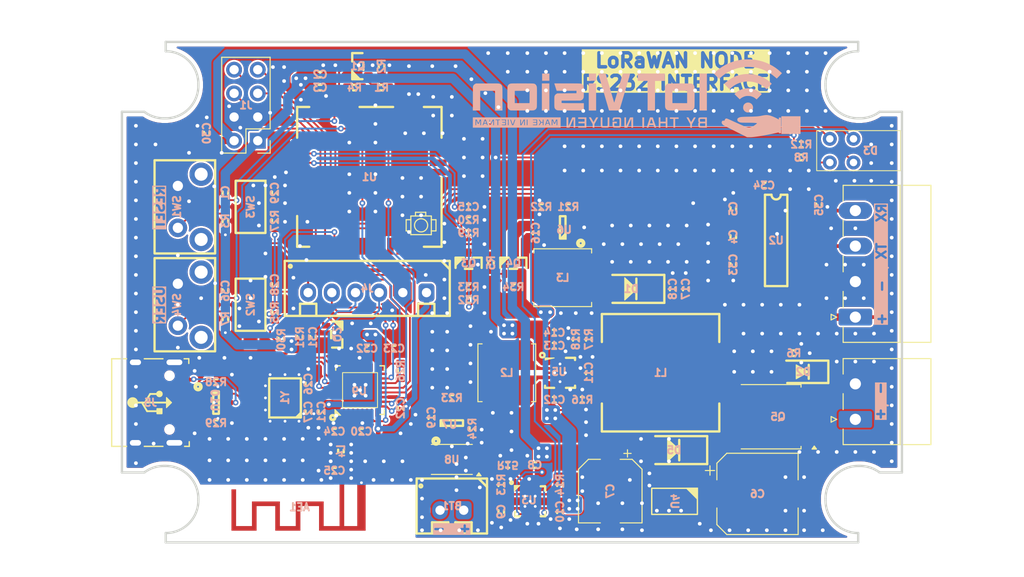
<source format=kicad_pcb>
(kicad_pcb (version 20240108) (generator "pcbnew") (generator_version "8.0")
  (layers (0 "F.Cu" signal) (31 "B.Cu" signal) (34 "B.Paste" user) (35 "F.Paste" user) (36 "B.SilkS" user "B.Silkscreen") (37 "F.SilkS" user "F.Silkscreen") (38 "B.Mask" user) (39 "F.Mask" user) (44 "Edge.Cuts" user))
  (net 0 "")
  (net 1 "Net-(AE1-A)")
  (net 2 "GND")
  (net 3 "-BATT")
  (net 4 "+BATT")
  (net 5 "/RAK3172_LoRa/RAK_RESET")
  (net 6 "+3V3")
  (net 7 "Net-(U2-C2-)")
  (net 8 "Net-(U2-C2+)")
  (net 9 "Net-(U2-VS+)")
  (net 10 "Net-(Q5-D)")
  (net 11 "+5V")
  (net 12 "/PSU/PPMIC_VOUT")
  (net 13 "Net-(U5-EN)")
  (net 14 "/PSU/VBAT_MONITOR")
  (net 15 "Net-(Q4-D)")
  (net 16 "+5VD")
  (net 17 "Net-(U7-VCC)")
  (net 18 "/ESP32-C3_BLE/ESP_3V3")
  (net 19 "Net-(U9-LNA_IN)")
  (net 20 "Net-(U9-XTAL_N)")
  (net 21 "Net-(U9-XTAL_P)")
  (net 22 "/ESP32-C3_BLE/ESP_RESET")
  (net 23 "/ESP32-C3_BLE/ESP_BOOT")
  (net 24 "Net-(U2-VS-)")
  (net 25 "Net-(U2-C1+)")
  (net 26 "Net-(U2-C1-)")
  (net 27 "Net-(U1-PA9)")
  (net 28 "Net-(D1-A)")
  (net 29 "Net-(D2-K)")
  (net 30 "Net-(D2-A)")
  (net 31 "Net-(D3-K1)")
  (net 32 "Net-(D3-A2)")
  (net 33 "Net-(D3-A1)")
  (net 34 "/PSU/LED_ACT")
  (net 35 "Net-(D5-K)")
  (net 36 "/RAK3172_LoRa/SWCLK")
  (net 37 "/ESP32-C3_BLE/UART1_RX")
  (net 38 "/ESP32-C3_BLE/UART1_TX")
  (net 39 "/RAK3172_LoRa/SWDIO")
  (net 40 "/ESP32-C3_BLE/ESP_UART0_RX")
  (net 41 "/ESP32-C3_BLE/ESP_UART0_TX")
  (net 42 "/ESP32-C3_BLE/ESP_USB_D_N")
  (net 43 "Net-(J5-CC2)")
  (net 45 "Net-(J5-CC1)")
  (net 46 "/ESP32-C3_BLE/ESP_USB_D_P")
  (net 48 "Net-(J6-Pin_4)")
  (net 49 "Net-(J6-Pin_3)")
  (net 50 "Net-(U5-L1)")
  (net 51 "Net-(U5-L2)")
  (net 52 "Net-(Q1-G)")
  (net 53 "Net-(Q2-G)")
  (net 54 "Net-(Q3-D)")
  (net 55 "Net-(Q3-G)")
  (net 56 "Net-(Q4-G)")
  (net 57 "/ESP32-C3_BLE/OTA_RST")
  (net 58 "Net-(U1-BOOT0)")
  (net 59 "/ESP32-C3_BLE/OTA_BOOT")
  (net 60 "Net-(U3-TS)")
  (net 61 "Net-(U3-ILIM)")
  (net 62 "Net-(U3-ISET)")
  (net 63 "Net-(U5-FB)")
  (net 64 "Net-(U6-FB)")
  (net 65 "Net-(U7-CS)")
  (net 66 "Net-(U9-GPIO8)")
  (net 67 "/ESP32-C3_BLE/ESP_PWRON")
  (net 68 "/PSU/5V_EN")
  (net 69 "/RAK3172_LoRa/RS232_TX")
  (net 81 "/RAK3172_LoRa/RS232_RX")
  (net 90 "Net-(U7-OC)")
  (net 92 "Net-(U7-OD)")
  (footprint "Footprints:C_0603" (layer "F.Cu") (at 116.3 89.725 90)
    (property "Reference" "C28")
    (property "Value" "100nF")
  )
  (footprint "Footprints:R_0603" (layer "F.Cu") (at 147.8 81.4 180)
    (property "Reference" "R21")
    (property "Value" "20K")
  )
  (footprint "Inductor_SMD:L_Bourns_SRN6045TA" (layer "F.Cu") (at 147.2 89)
    (property "Reference" "L3")
    (property "Value" "22uH")
  )
  (footprint "Footprints:R_0603" (layer "F.Cu") (at 135.3 101.9 180)
    (property "Reference" "R23")
    (property "Value" "100R")
  )
  (footprint "Footprints:RAK3172" (layer "F.Cu") (at 134.2 70.68 180)
    (property "Reference" "U1")
    (property "Value" "RAK3172")
  )
  (footprint "Footprints:C_0603" (layer "F.Cu") (at 111 90.4 90)
    (property "Reference" "C36")
    (property "Value" "100nF")
  )
  (footprint "Capacitor_SMD:CP_Elec_6.3x7.7" (layer "F.Cu") (at 152.3 111.9 -90)
    (property "Reference" "C7")
    (property "Value" "100uF")
  )
  (footprint "Footprints:R_0603" (layer "F.Cu") (at 137.1 90)
    (property "Reference" "R33")
    (property "Value" "10K")
  )
  (footprint "Footprints:R_0603" (layer "F.Cu") (at 137.1 84.2 180)
    (property "Reference" "R19")
    (property "Value" "560K")
  )
  (footprint "Footprints:SOIC-16-4x10-P1.27" (layer "F.Cu") (at 170.1 85)
    (property "Reference" "U2")
    (property "Value" "MAX232")
  )
  (footprint "Footprints:R_0603" (layer "F.Cu") (at 129.8 99 -90)
    (property "Reference" "R26")
    (property "Value" "10K")
  )
  (footprint "Footprints:R_0603" (layer "F.Cu") (at 137.1 82.8)
    (property "Reference" "R20")
    (property "Value" "100K")
  )
  (footprint "Footprints:R_0603" (layer "F.Cu") (at 127.76 66.3 90)
    (property "Reference" "R2")
    (property "Value" "10K")
  )
  (footprint "Footprints:R_0603" (layer "F.Cu") (at 110 100.2)
    (property "Reference" "R28")
    (property "Value" "5K1")
  )
  (footprint "Package_SO:TSSOP-8_4.4x3mm_P0.65mm" (layer "F.Cu") (at 135.3 108.5 180)
    (property "Reference" "U8")
    (property "Value" "FS8205A")
  )
  (footprint "Footprints:USB-C_SMD_1" (layer "F.Cu") (at 102.4 102.4 -90)
    (property "Reference" "J5")
    (property "Value" "USB_C_Receptacle_USB2.0_16P")
  )
  (footprint "Footprints:R_0603" (layer "F.Cu") (at 140.6 111.2 90)
    (property "Reference" "R13")
    (property "Value" "10K")
  )
  (footprint "Footprints:R_0603" (layer "F.Cu") (at 110 104.6)
    (property "Reference" "R29")
    (property "Value" "5K1")
  )
  (footprint "Footprints:SOT23-3" (layer "F.Cu") (at 125.16 66.3)
    (property "Reference" "Q1")
    (property "Value" "SI2300")
  )
  (footprint "Footprints:C_0603" (layer "F.Cu") (at 122.7 105.5 180)
    (property "Reference" "C24")
    (property "Value" "DNP")
  )
  (footprint "Footprints:Switch_Tactile_6x6_Horizontal" (layer "F.Cu") (at 105.9 81.4 -90)
    (property "Reference" "SW1")
    (property "Value" "RAK-RESET")
  )
  (footprint "Footprints:C_0603" (layer "F.Cu") (at 121.16 67.2)
    (property "Reference" "C2")
    (property "Value" "1uF")
  )
  (footprint "Footprints:C_0603" (layer "F.Cu") (at 111 79.9 90)
    (property "Reference" "C1")
    (property "Value" "100nF")
  )
  (footprint "Footprints:R_0603" (layer "F.Cu") (at 116.3 82.9 90)
    (property "Reference" "R27")
    (property "Value" "10K")
  )
  (footprint "Footprints:L_0603" (layer "F.Cu") (at 123.4 107.6 90)
    (property "Reference" "L4")
    (property "Value" "2.2nH")
  )
  (footprint "Footprints:C_0603" (layer "F.Cu") (at 160.4 90.2 -90)
    (property "Reference" "C17")
    (property "Value" "10uF")
  )
  (footprint "Footprints:XH_2P_2.54mm_Vertical" (layer "F.Cu") (at 136.575 113.95 180)
    (property "Reference" "BT1")
    (property "Value" "Battery_18650")
  )
  (footprint "Footprints:C_0603" (layer "F.Cu") (at 121.16 68.6)
    (property "Reference" "C3")
    (property "Value" "100nF")
  )
  (footprint "Footprints:LED_HOUSING_LH32K051F" (layer "F.Cu") (at 178.4 76.64 90)
    (property "Reference" "D3")
    (property "Value" "LED_Dual_AKAK")
  )
  (footprint "Footprints:XH_6P_2.54mm_Vertical" (layer "F.Cu") (at 132.58 90.6 180)
    (property "Reference" "J4")
    (property "Value" "CONN_ESP_PROG")
  )
  (footprint "Footprints:C_0603" (layer "F.Cu") (at 150 99.2 -90)
    (property "Reference" "C11")
    (property "Value" "100nF")
  )
  (footprint "Footprints:R_0603" (layer "F.Cu") (at 141.3 109.1 180)
    (property "Reference" "R15")
    (property "Value" "1K2")
  )
  (footprint "Footprints:C_0603" (layer "F.Cu") (at 129.1 96.6)
    (property "Reference" "C23")
    (property "Value" "100nF")
  )
  (footprint "Connector_Phoenix_MC:PhoenixContact_MC_1,5_4-G-3.81_1x04_P3.81mm_Horizontal" (layer "F.Cu") (at 178.6 93.23 90)
    (property "Reference" "J6")
    (property "Value" "CONN_RS232")
  )
  (footprint "Footprints:R_0603" (layer "F.Cu") (at 127.76 68.6 180)
    (property "Reference" "R1")
    (property "Value" "10R")
  )
  (footprint "Footprints:C_0603" (layer "F.Cu") (at 146.3 96.3 180)
    (property "Reference" "C13")
    (property "Value" "10uF")
  )
  (footprint "Footprints:Switch_Tactile_6x6_Horizontal" (layer "F.Cu") (at 105.9 91.9 -90)
    (property "Reference" "SW4")
    (property "Value" "USER_BTN")
  )
  (footprint "Footprints:C_0603" (layer "F.Cu") (at 129.8 103 -90)
    (property "Reference" "C22")
    (property "Value" "100nF")
  )
  (footprint "Footprints:C_0603" (layer "F.Cu") (at 146.9 114.1 90)
    (property "Reference" "C10")
    (property "Value" "10uF")
  )
  (footprint "Footprints:SOT23-6" (layer "F.Cu") (at 110 102.4 -90)
    (property "Reference" "U10")
    (property "Value" "USBLC6-2SC6")
  )
  (footprint "Inductor_SMD:L_Bourns_SRN6045TA" (layer "F.Cu") (at 141.2 99.2 -90)
    (property "Reference" "L2")
    (property "Value" "2.2uH")
  )
  (footprint "Footprints:DRC-0010J" (layer "F.Cu") (at 146.91 99.21)
    (property "Reference" "U5")
    (property "Value" "TPS63000")
  )
  (footprint "Footprints:R_0603" (layer "F.Cu") (at 117 95.6 -90)
    (property "Reference" "R30")
    (property "Value" "10R")
  )
  (footprint "Footprints:R_0603" (layer "F.Cu") (at 137.1 91.4 180)
    (property "Reference" "R32")
    (property "Value" "10R")
  )
  (footprint "Footprints:SOT23-3" (layer "F.Cu") (at 137.1 87.4 -90)
    (property "Reference" "Q3")
    (property "Value" "SI2300")
  )
  (footprint "Footprints:R_0603" (layer "F.Cu") (at 137.5 105.2 90)
    (property "Reference" "R24")
    (property "Value" "1K")
  )
  (footprint "Footprints:Crystal_3225_4P_1-4" (layer "F.Cu") (at 117.4 101.9 90)
    (property "Reference" "Y1")
    (property "Value" "40MHz")
  )
  (footprint "Footprints:L_12x12mm_H8mm" (layer "F.Cu") (at 157.7 99.2 180)
    (property "Reference" "L1")
    (property "Value" "68uH")
  )
  (footprint "Package_TO_SOT_SMD:TO-252-2" (layer "F.Cu") (at 169.46 103.92 180)
    (property "Reference" "Q5")
    (property "Value" "APM4015P")
  )
  (footprint "Footprints:C_0603" (layer "F.Cu") (at 144.2 109.1)
    (property "Reference" "C8")
    (property "Value" "1uF")
  )
  (footprint "Footprints:R_0603" (layer "F.Cu") (at 124.86 68.6)
    (property "Reference" "R4")
    (property "Value" "10R")
  )
  (footprint "Footprints:R_0603" (layer "F.Cu") (at 172.8 74.7 180)
    (property "Reference" "R12")
    (property "Value" "1K")
  )
  (footprint "Footprints:C_0603" (layer "F.Cu") (at 165.5 84.6 -90)
    (property "Reference" "C4")
    (property "Value" "1uF")
  )
  (footprint "Footprints:R_0603" (layer "F.Cu") (at 172 97.1 180)
    (property "Reference" "R6")
    (property "Value" "1K")
  )
  (footprint "Footprints:R_0603" (layer "F.Cu") (at 146.9 111.2 90)
    (property "Reference" "R14")
    (property "Value" "1K2")
  )
  (footprint "Footprints:SOT23-3" (layer "F.Cu") (at 123 95.1 180)
    (property "Reference" "Q2")
    (property "Value" "SI2301")
  )
  (footprint "Footprints:C_0603" (layer "F.Cu") (at 120.4 95.4 90)
    (property "Reference" "C31")
    (property "Value" "1uF")
  )
  (footprint "Footprints:SOT23-6" (layer "F.Cu") (at 147.2 83.6 90)
    (property "Reference" "U6")
    (property "Value" "MT3608")
  )
  (footprint "Footprints:QFN-32_5x5_PAD-VIAS" (layer "F.Cu") (at 125.45 101.0625 90)
    (property "Reference" "U9")
    (property "Value" "ESP32-C3")
  )
  (footprint "Footprints:R_0603" (layer "F.Cu") (at 149.3 102.1)
    (property "Reference" "R16")
    (property "Value" "100R")
  )
  (footprint "Footprints:C_0603" (layer "F.Cu") (at 125.6 105.5)
    (property "Reference" "C20")
    (property "Value" "100nF")
  )
  (footprint "Footprints:C_0603" (layer "F.Cu") (at 119.9 103.4 90)
    (property "Reference" "C27")
    (property "Value" "10pF")
  )
  (footprint "Footprints:C_0603" (layer "F.Cu") (at 140.6 114.1 90)
    (property "Reference" "C9")
    (property "Value" "1uF")
  )
  (footprint "Footprints:C_0603" (layer "F.Cu") (at 146.3 102.1 180)
    (property "Reference" "C12")
    (property "Value" "10uF")
  )
  (footprint "Footprints:R_0603" (layer "F.Cu") (at 119 95.4 90)
    (property "Reference" "R31")
    (property "Value" "10K")
  )
  (footprint "Footprints:R_0603" (layer "F.Cu") (at 148.6 95.6 90)
    (property "Reference" "R18")
    (property "Value" "100K")
  )
  (footprint "Footprints:VQFN-16_3x3_PAD-VIAS" (layer "F.Cu") (at 143.7 112.991421)
    (property "Reference" "U3")
    (property "Value" "BQ24075RGT")
  )
  (footprint "Footprints:C_0603" (layer "F.Cu") (at 165.5 87.6 -90)
    (property "Reference" "C33")
    (property "Value" "1uF")
  )
  (footprint "Footprints:SW_SPST_CK" (layer "F.Cu") (at 113.7 91.9 -90)
    (property "Reference" "SW2")
    (property "Value" "ESP-RESET")
  )
  (footprint "Footprints:SOT23-3" (layer "F.Cu") (at 141.9 87.4 -90)
    (property "Reference" "Q4")
    (property "Value" "SI2301")
  )
  (footprint "Footprints:C_0603" (layer "F.Cu") (at 121.3 103.4 -90)
    (property "Reference" "C21")
    (property "Value" "100nF")
  )
  (footprint "Footprints:R_0603" (layer "F.Cu") (at 144.9 81.4 180)
    (property "Reference" "R22")
    (property "Value" "2K7")
  )
  (footprint "Footprints:SOIC-8" (layer "F.Cu") (at 159.2 113 -90)
    (property "Reference" "U4")
    (property "Value" "XL1509-5.0")
  )
  (footprint "Footprints:C_0603" (layer "F.Cu") (at 174.7 81.2 90)
    (property "Reference" "C35")
    (property "Value" "1uF")
  )
  (footprint "Footprints:C_0603" (layer "F.Cu") (at 168.8 79.1)
    (property "Reference" "C34")
    (property "Value" "1uF")
  )
  (footprint "Footprints:R_0603" (layer "F.Cu") (at 116.3 92.725 90)
    (property "Reference" "R25")
    (property "Value" "10K")
  )
  (footprint "Footprints:D_MiniMELF" (layer "F.Cu") (at 173 99.1 180)
    (property "Reference" "D2")
    (property "Value" "Z12V")
  )
  (footprint "Connector_Phoenix_MC:PhoenixContact_MC_1,5_2-G-3.81_1x02_P3.81mm_Horizontal" (layer "F.Cu") (at 178.6 104.2 90)
    (property "Reference" "J3")
    (property "Value" "CONN_PWRIN")
  )
  (footprint "Footprints:R_0603" (layer "F.Cu") (at 141.9 90 180)
    (property "Reference" "R34")
    (property "Value" "10K")
  )
  (footprint "Footprints:C_0603" (layer "F.Cu") (at 159 90.2 -90)
    (property "Reference" "C18")
    (property "Value" "10uF")
  )
  (footprint "Footprints:C_0603" (layer "F.Cu") (at 144.3 84.2 90)
    (property "Reference" "C16")
    (property "Value" "1uF")
  )
  (footprint "Footprints:SOT23-6" (layer "F.Cu") (at 135.3 104.6)
    (property "Reference" "U7")
    (property "Value" "DW01A")
  )
  (footprint "Footprints:R_0603" (layer "F.Cu") (at 139.5 87.4 -90)
    (property "Reference" "R5")
    (property "Value" "10R")
  )
  (footprint "Footprints:C_0603" (layer "F.Cu") (at 116.3 79.9 90)
    (property "Reference" "C29")
    (property "Value" "100nF")
  )
  (footprint "Footprints:C_0603" (layer "F.Cu") (at 119.9 100.4 -90)
    (property "Reference" "C26")
    (property "Value" "10pF")
  )
  (footprint "Footprints:C_0603" (layer "F.Cu") (at 133.1 104 90)
    (property "Reference" "C19")
    (property "Value" "100nF")
  )
  (footprint "Footprints:R_0603" (layer "F.Cu") (at 150 95.6 -90)
    (property "Reference" "R17")
    (property "Value" "560K")
  )
  (footprint "RF_Antenna:Texas_SWRA117D_2.4GHz_Right" (layer "F.Cu") (at 123.5 111 180)
    (property "Reference" "AE1")
    (property "Value" "2.4GHz")
  )
  (footprint "Footprints:R_0603" (layer "F.Cu") (at 111 82.9 90)
    (property "Reference" "R3")
    (property "Value" "10K")
  )
  (footprint "Footprints:R_0603" (layer "F.Cu") (at 111 93.4 90)
    (property "Reference" "R7")
    (property "Value" "10K")
  )
  (footprint "Footprints:C_0603" (layer "F.Cu") (at 126.2 96.6 180)
    (property "Reference" "C32")
    (property "Value" "1uF")
  )
  (footprint "Footprints:C_0603" (layer "F.Cu") (at 122.7 109.7 180)
    (property "Reference" "C25")
    (property "Value" "DNP")
  )
  (footprint "Footprints:C_0603" (layer "F.Cu") (at 137.1 81.4 180)
    (property "Reference" "C15")
    (property "Value" "1uF")
  )
  (footprint "Footprints:C_0603" (layer "F.Cu") (at 165.5 81.6 90)
    (property "Reference" "C5")
    (property "Value" "1uF")
  )
  (footprint "Footprints:D_SMA" (layer "F.Cu") (at 159.2 107.5 180)
    (property "Reference" "D5")
    (property "Value" "SS34")
  )
  (footprint "Footprints:SW_SPST_CK" (layer "F.Cu") (at 113.7 81.4 -90)
    (property "Reference" "SW3")
    (property "Value" "ESP-BOOT")
  )
  (footprint "Footprints:C_0603" (layer "F.Cu") (at 109 73.5 90)
    (property "Reference" "C30")
    (property "Value" "1uF")
  )
  (footprint "Connector_PinHeader_2.54mm:PinHeader_2x04_P2.54mm_Vertical" (layer "F.Cu") (at 114.475 74.3 180)
    (property "Reference" "J1")
    (property "Value" "RAK_DEBUG")
  )
  (footprint "Footprints:R_0603" (layer "F.Cu") (at 172.8 76.1 180)
    (property "Reference" "R8")
    (property "Value" "1K")
  )
  (footprint "Capacitor_SMD:CP_Elec_8x10.5" (layer "F.Cu") (at 168.1 112.2)
    (property "Reference" "C6")
    (property "Value" "470uF/50V")
  )
  (footprint "Footprints:D_SMA" (layer "F.Cu") (at 154.6 90.2 180)
    (property "Reference" "D1")
    (property "Value" "SS34")
  )
  (footprint "Footprints:C_0603" (layer "F.Cu") (at 146.3 94.9 180)
    (property "Reference" "C14")
    (property "Value" "10uF")
  )
  (footprint "Footprints:LoGo_IoTVision_38x10" (layer "B.Cu") (at 154.65 69.75 180)
    (property "Reference" " ")
    (property "Value" "LOGO" (hide yes))
  )
  (gr_line (start 102.3 109.9) (end 99.9 109.9) (stroke (width 0.25)) (layer "Edge.Cuts"))
  (gr_line (start 104.6 71.9) (end 104.4 71.9) (stroke (width 0.25)) (layer "Edge.Cuts"))
  (gr_arc (start 108.1 112.9) (mid 107.074874 115.374874) (end 104.6 116.4) (stroke (width 0.25)) (layer "Edge.Cuts"))
  (gr_line (start 104.6 116.4) (end 104.6 117.4) (stroke (width 0.25)) (layer "Edge.Cuts"))
  (gr_line (start 102.3 71.2) (end 99.9 71.2) (stroke (width 0.25)) (layer "Edge.Cuts"))
  (gr_arc (start 108.1 68.4) (mid 107.074874 70.874874) (end 104.6 71.9) (stroke (width 0.25)) (layer "Edge.Cuts"))
  (gr_line (start 108.1 68.4) (end 108.1 68.2) (stroke (width 0.25)) (layer "Edge.Cuts"))
  (gr_line (start 104.6 63.7) (end 178.9 63.7) (stroke (width 0.25)) (layer "Edge.Cuts"))
  (gr_line (start 179.1 71.9) (end 178.9 71.9) (stroke (width 0.25)) (layer "Edge.Cuts"))
  (gr_line (start 183.6 71.2) (end 183.6 109.9) (stroke (width 0.25)) (layer "Edge.Cuts"))
  (gr_arc (start 175.4 112.7) (mid 176.425126 110.225126) (end 178.9 109.2) (stroke (width 0.25)) (layer "Edge.Cuts"))
  (gr_line (start 178.9 63.7) (end 178.9 64.7) (stroke (width 0.25)) (layer "Edge.Cuts"))
  (gr_arc (start 178.9 71.9) (mid 176.425126 70.874874) (end 175.4 68.4) (stroke (width 0.25)) (layer "Edge.Cuts"))
  (gr_line (start 99.9 71.2) (end 99.9 109.9) (stroke (width 0.25)) (layer "Edge.Cuts"))
  (gr_line (start 181.2 109.9) (end 183.6 109.9) (stroke (width 0.25)) (layer "Edge.Cuts"))
  (gr_line (start 175.4 112.7) (end 175.4 112.9) (stroke (width 0.25)) (layer "Edge.Cuts"))
  (gr_line (start 175.4 68.2) (end 175.4 68.4) (stroke (width 0.25)) (layer "Edge.Cuts"))
  (gr_arc (start 178.9 116.4) (mid 176.425126 115.374874) (end 175.4 112.9) (stroke (width 0.25)) (layer "Edge.Cuts"))
  (gr_line (start 178.9 109.2) (end 179.1 109.2) (stroke (width 0.25)) (layer "Edge.Cuts"))
  (gr_line (start 104.6 64.7) (end 104.6 63.7) (stroke (width 0.25)) (layer "Edge.Cuts"))
  (gr_line (start 183.6 71.2) (end 181.2 71.2) (stroke (width 0.25)) (layer "Edge.Cuts"))
  (gr_arc (start 104.6 64.7) (mid 107.074874 65.725126) (end 108.1 68.2) (stroke (width 0.25)) (layer "Edge.Cuts"))
  (gr_line (start 178.9 116.4) (end 178.9 117.4) (stroke (width 0.25)) (layer "Edge.Cuts"))
  (gr_arc (start 175.4 68.2) (mid 176.425126 65.725126) (end 178.9 64.7) (stroke (width 0.25)) (layer "Edge.Cuts"))
  (gr_arc (start 104.4 71.9) (mid 103.293203 71.720392) (end 102.3 71.2) (stroke (width 0.25)) (layer "Edge.Cuts"))
  (gr_line (start 108.1 112.7) (end 108.1 112.9) (stroke (width 0.25)) (layer "Edge.Cuts"))
  (gr_arc (start 102.3 109.9) (mid 103.293203 109.379608) (end 104.4 109.2) (stroke (width 0.25)) (layer "Edge.Cuts"))
  (gr_arc (start 179.1 109.2) (mid 180.206797 109.379608) (end 181.2 109.9) (stroke (width 0.25)) (layer "Edge.Cuts"))
  (gr_line (start 104.6 117.4) (end 178.9 117.4) (stroke (width 0.25)) (layer "Edge.Cuts"))
  (gr_arc (start 181.2 71.2) (mid 180.206797 71.720392) (end 179.1 71.9) (stroke (width 0.25)) (layer "Edge.Cuts"))
  (gr_line (start 104.6 109.2) (end 104.4 109.2) (stroke (width 0.25)) (layer "Edge.Cuts"))
  (gr_arc (start 104.6 109.2) (mid 107.074874 110.225126) (end 108.1 112.7) (stroke (width 0.25)) (layer "Edge.Cuts"))
  (gr_text "USER" (at 103.95 91.9 90) (layer "B.SilkS" knockout) (effects (font (size 1 1) (thickness 0.25) (bold yes)) (justify mirror)))
  (gr_text "+  -" (at 181.4 102.25 -90) (layer "B.SilkS" knockout) (effects (font (size 1 1) (thickness 0.25) (bold yes)) (justify mirror)))
  (gr_text "RESET" (at 103.95 81.4 90) (layer "B.SilkS" knockout) (effects (font (size 1 1) (thickness 0.25) (bold yes)) (justify mirror)))
  (gr_text "RX   TX   -   +" (at 181.4 87.55 90) (layer "B.SilkS" knockout) (effects (font (size 1 1) (thickness 0.25) (bold yes)) (justify mirror)))
  (gr_text "+  -" (at 135.3 115.9 0) (layer "B.SilkS" knockout) (effects (font (size 1 1) (thickness 0.25) (bold yes)) (justify mirror)))
  (gr_text "LoRaWAN NODE\nRS232 INTERFACE" (at 159.3 66.9 0) (layer "F.SilkS" knockout) (effects (font (size 1.5 1.5) (thickness 0.375) (bold yes))))
  (segment (start 123.5 109.725) (end 123.475 109.7) (width 0.5) (layer "F.Cu") (net 1))
  (segment (start 123.475 109.7) (end 123.475 108.45) (width 0.5) (layer "F.Cu") (net 1))
  (segment (start 123.475 108.45) (end 123.4 108.375) (width 0.5) (layer "F.Cu") (net 1))
  (segment (start 123.5 111) (end 123.5 109.725) (width 0.5) (layer "F.Cu") (net 1))
  (segment (start 146.91 101.935) (end 147.075 102.1) (width 0.6) (layer "F.Cu") (net 2))
  (segment (start 115.3 103.9) (end 115.8 104.4) (width 0.4) (layer "F.Cu") (net 2))
  (segment (start 147.075 96.3) (end 147.075 94.9) (width 0.2) (layer "F.Cu") (net 2))
  (segment (start 149.1 98.7) (end 149.11 98.71) (width 0.2) (layer "F.Cu") (net 2))
  (segment (start 116.55 104.4) (end 117.4 104.4) (width 0.4) (layer "F.Cu") (net 2))
  (segment (start 119.9 99.625) (end 119.675 99.4) (width 0.4) (layer "F.Cu") (net 2))
  (segment (start 146.91 98.26) (end 146.91 96.465) (width 0.6) (layer "F.Cu") (net 2))
  (segment (start 149.09 98.71) (end 149.1 98.7) (width 0.2) (layer "F.Cu") (net 2))
  (segment (start 138.05 89.825) (end 137.875 90) (width 0.2) (layer "F.Cu") (net 2))
  (segment (start 115.3 100.6) (end 115.3 101.9) (width 0.4) (layer "F.Cu") (net 2))
  (segment (start 149.715 98.71) (end 150 98.425) (width 0.2) (layer "F.Cu") (net 2))
  (segment (start 117.4 99.4) (end 115.8 99.4) (width 0.4) (layer "F.Cu") (net 2))
  (segment (start 148.31 98.71) (end 146.835 98.71) (width 0.2) (layer "F.Cu") (net 2))
  (segment (start 115.7 99.4) (end 115.8 99.4) (width 0.4) (layer "F.Cu") (net 2))
  (segment (start 118.25 100.8) (end 118.25 99.4) (width 0.4) (layer "F.Cu") (net 2))
  (segment (start 119.675 104.4) (end 119.9 104.175) (width 0.4) (layer "F.Cu") (net 2))
  (segment (start 146.91 100.16) (end 146.91 101.935) (width 0.6) (layer "F.Cu") (net 2))
  (segment (start 145.51 99.21) (end 146.335 99.21) (width 0.2) (layer "F.Cu") (net 2))
  (segment (start 115.3 99.8) (end 115.7 99.4) (width 0.4) (layer "F.Cu") (net 2))
  (segment (start 115.3 101.9) (end 115.3 103.2) (width 0.4) (layer "F.Cu") (net 2))
  (segment (start 119.675 99.4) (end 118.9 99.4) (width 0.4) (layer "F.Cu") (net 2))
  (segment (start 148.31 98.71) (end 149.09 98.71) (width 0.2) (layer "F.Cu") (net 2))
  (segment (start 115.3 100.6) (end 115.3 99.8) (width 0.4) (layer "F.Cu") (net 2))
  (segment (start 118.25 99.4) (end 117.4 99.4) (width 0.4) (layer "F.Cu") (net 2))
  (segment (start 146.91 96.465) (end 147.075 96.3) (width 0.6) (layer "F.Cu") (net 2))
  (segment (start 117.4 104.4) (end 118.9 104.4) (width 0.4) (layer "F.Cu") (net 2))
  (segment (start 108.8625 102.4) (end 109.8 102.4) (width 0.4) (layer "F.Cu") (net 2))
  (segment (start 146.835 98.71) (end 146.335 99.21) (width 0.2) (layer "F.Cu") (net 2))
  (segment (start 118.9 99.4) (end 118.25 99.4) (width 0.4) (layer "F.Cu") (net 2))
  (segment (start 138.05 88.5875) (end 138.05 89.825) (width 0.2) (layer "F.Cu") (net 2))
  (segment (start 115.8 104.4) (end 116.55 104.4) (width 0.4) (layer "F.Cu") (net 2))
  (segment (start 118.9 104.4) (end 119.675 104.4) (width 0.4) (layer "F.Cu") (net 2))
  (segment (start 115.3 103.2) (end 115.3 103.9) (width 0.4) (layer "F.Cu") (net 2))
  (segment (start 116.55 103) (end 116.55 104.4) (width 0.4) (layer "F.Cu") (net 2))
  (segment (start 149.11 98.71) (end 149.715 98.71) (width 0.2) (layer "F.Cu") (net 2))
  (via (at 117.3 110.7) (size 0.8) (drill 0.4) (layers "F.Cu" "B.Cu") (net 2))
  (via (at 134.8 96.8) (size 0.8) (drill 0.4) (layers "F.Cu" "B.Cu") (net 2))
  (via (at 155.7 113.2) (size 0.8) (drill 0.4) (layers "F.Cu" "B.Cu") (net 2))
  (via (at 169.1 116.1) (size 0.8) (drill 0.4) (layers "F.Cu" "B.Cu") (net 2))
  (via (at 162.8 87.3) (size 0.8) (drill 0.4) (layers "F.Cu" "B.Cu") (net 2))
  (via (at 122.9 98.5) (size 0.8) (drill 0.4) (layers "F.Cu" "B.Cu") (net 2))
  (via (at 113.3 108.6) (size 0.8) (drill 0.4) (layers "F.Cu" "B.Cu") (net 2))
  (via (at 161.9 115.4) (size 0.8) (drill 0.4) (layers "F.Cu" "B.Cu") (net 2))
  (via (at 138.8 81.4) (size 0.8) (drill 0.4) (layers "F.Cu" "B.Cu") (net 2))
  (via (at 158.6 108.7) (size 0.8) (drill 0.4) (layers "F.Cu" "B.Cu") (net 2))
  (via (at 103.3 106.8) (size 0.8) (drill 0.4) (layers "F.Cu" "B.Cu") (net 2))
  (via (at 152.5 87.3) (size 0.8) (drill 0.4) (layers "F.Cu" "B.Cu") (net 2))
  (via (at 141.7 105.5) (size 0.8) (drill 0.4) (layers "F.Cu" "B.Cu") (net 2))
  (via (at 139.6 110.6) (size 0.8) (drill 0.4) (layers "F.Cu" "B.Cu") (net 2))
  (via (at 107.1 75.6) (size 0.8) (drill 0.4) (layers "F.Cu" "B.Cu") (net 2))
  (via (at 165.6 99.1) (size 0.8) (drill 0.4) (layers "F.Cu" "B.Cu") (net 2))
  (via (at 147 92.8) (size 0.8) (drill 0.4) (layers "F.Cu" "B.Cu") (net 2))
  (via (at 121.3 110.7) (size 0.8) (drill 0.4) (layers "F.Cu" "B.Cu") (net 2))
  (via (at 182.5 88.7) (size 0.8) (drill 0.4) (layers "F.Cu" "B.Cu") (net 2))
  (via (at 121.5 66.2) (size 0.8) (drill 0.4) (layers "F.Cu" "B.Cu") (net 2))
  (via (at 169.6 99.1) (size 0.8) (drill 0.4) (layers "F.Cu" "B.Cu") (net 2))
  (via (at 138.8 92.8) (size 0.8) (drill 0.4) (layers "F.Cu" "B.Cu") (net 2))
  (via (at 167.4 66.9) (size 0.8) (drill 0.4) (layers "F.Cu" "B.Cu") (net 2))
  (via (at 170.2 84.3) (size 0.8) (drill 0.4) (layers "F.Cu" "B.Cu") (net 2))
  (via (at 153.4 66.9) (size 0.8) (drill 0.4) (layers "F.Cu" "B.Cu") (net 2))
  (via (at 119.3 106.3) (size 0.8) (drill 0.4) (layers "F.Cu" "B.Cu") (net 2))
  (via (at 133.2 98.8) (size 0.8) (drill 0.4) (layers "F.Cu" "B.Cu") (net 2))
  (via (at 182.5 90.7) (size 0.8) (drill 0.4) (layers "F.Cu" "B.Cu") (net 2))
  (via (at 101.4 102.7) (size 0.8) (drill 0.4) (layers "F.Cu" "B.Cu") (net 2))
  (via (at 124.5 96.6) (size 0.8) (drill 0.4) (layers "F.Cu" "B.Cu") (net 2))
  (via (at 122.3 108.7) (size 0.8) (drill 0.4) (layers "F.Cu" "B.Cu") (net 2))
  (via (at 143.4 115.4) (size 0.8) (drill 0.4) (layers "F.Cu" "B.Cu") (net 2))
  (via (at 107.7 99) (size 0.8) (drill 0.4) (layers "F.Cu" "B.Cu") (net 2))
  (via (at 182.5 78.7) (size 0.8) (drill 0.4) (layers "F.Cu" "B.Cu") (net 2))
  (via (at 109.3 106.3) (size 0.8) (drill 0.4) (layers "F.Cu" "B.Cu") (net 2))
  (via (at 176.6 95) (size 0.8) (drill 0.4) (layers "F.Cu" "B.Cu") (net 2))
  (via (at 169.4 71.1) (size 0.8) (drill 0.4) (layers "F.Cu" "B.Cu") (net 2))
  (via (at 105.9 86.6) (size 0.8) (drill 0.4) (layers "F.Cu" "B.Cu") (net 2))
  (via (at 135.3 71.6) (size 0.8) (drill 0.4) (layers "F.Cu" "B.Cu") (net 2))
  (via (at 172.8 96.1) (size 0.8) (drill 0.4) (layers "F.Cu" "B.Cu") (net 2))
  (via (at 174.6 95) (size 0.8) (drill 0.4) (layers "F.Cu" "B.Cu") (net 2))
  (via (at 173.4 68.9) (size 0.8) (drill 0.4) (layers "F.Cu" "B.Cu") (net 2))
  (via (at 163.4 77.5) (size 0.8) (drill 0.4) (layers "F.Cu" "B.Cu") (net 2))
  (via (at 152.5 83.4) (size 0.8) (drill 0.4) (layers "F.Cu" "B.Cu") (net 2))
  (via (at 145.4 68.9) (size 0.8) (drill 0.4) (layers "F.Cu" "B.Cu") (net 2))
  (via (at 145.4 64.9) (size 0.8) (drill 0.4) (layers "F.Cu" "B.Cu") (net 2))
  (via (at 147.4 77.5) (size 0.8) (drill 0.4) (layers "F.Cu" "B.Cu") (net 2))
  (via (at 175.5 87.6) (size 0.8) (drill 0.4) (layers "F.Cu" "B.Cu") (net 2))
  (via (at 126.8 66.2) (size 0.8) (drill 0.4) (layers "F.Cu" "B.Cu") (net 2))
  (via (at 163.1 116.1) (size 0.8) (drill 0.4) (layers "F.Cu" "B.Cu") (net 2))
  (via (at 153.4 74.9) (size 0.8) (drill 0.4) (layers "F.Cu" "B.Cu") (net 2))
  (via (at 138.8 90) (size 0.8) (drill 0.4) (layers "F.Cu" "B.Cu") (net 2))
  (via (at 134.8 98.8) (size 0.8) (drill 0.4) (layers "F.Cu" "B.Cu") (net 2))
  (via (at 115.3 88.9) (size 0.8) (drill 0.4) (layers "F.Cu" "B.Cu") (net 2))
  (via (at 137.3 100.2) (size 0.8) (drill 0.4) (layers "F.Cu" "B.Cu") (net 2))
  (via (at 134.8 92.8) (size 0.8) (drill 0.4) (layers "F.Cu" "B.Cu") (net 2))
  (via (at 109.3 108.6) (size 0.8) (drill 0.4) (layers "F.Cu" "B.Cu") (net 2))
  (via (at 133.2 94.8) (size 0.8) (drill 0.4) (layers "F.Cu" "B.Cu") (net 2))
  (via (at 107.1 80.8) (size 0.8) (drill 0.4) (layers "F.Cu" "B.Cu") (net 2))
  (via (at 140.3 70.7) (size 0.8) (drill 0.4) (layers "F.Cu" "B.Cu") (net 2))
  (via (at 149.3 110.4) (size 0.8) (drill 0.4) (layers "F.Cu" "B.Cu") (net 2))
  (via (at 172.8 98.1) (size 0.8) (drill 0.4) (layers "F.Cu" "B.Cu") (net 2))
  (via (at 170.6 91.9) (size 0.8) (drill 0.4) (layers "F.Cu" "B.Cu") (net 2))
  (via (at 155.4 66.9) (size 0.8) (drill 0.4) (layers "F.Cu" "B.Cu") (net 2))
  (via (at 182.5 76.7) (size 0.8) (drill 0.4) (layers "F.Cu" "B.Cu") (net 2))
  (via (at 141.7 107.5) (size 0.8) (drill 0.4) (layers "F.Cu" "B.Cu") (net 2))
  (via (at 138.1 87.6) (size 0.8) (drill 0.4) (layers "F.Cu" "B.Cu") (net 2))
  (via (at 122.6 104.6) (size 0.8) (drill 0.4) (layers "F.Cu" "B.Cu") (net 2))
  (via (at 167.4 68.9) (size 0.8) (drill 0.4) (layers "F.Cu" "B.Cu") (net 2))
  (via (at 122.9 103.8) (size 0.8) (drill 0.4) (layers "F.Cu" "B.Cu") (net 2))
  (via (at 124.5 110.5) (size 0.8) (drill 0.4) (layers "F.Cu" "B.Cu") (net 2))
  (via (at 182.5 106.7) (size 0.8) (drill 0.4) (layers "F.Cu" "B.Cu") (net 2))
  (via (at 143.4 66.9) (size 0.8) (drill 0.4) (layers "F.Cu" "B.Cu") (net 2))
  (via (at 111.7 99.4) (size 0.8) (drill 0.4) (layers "F.Cu" "B.Cu") (net 2))
  (via (at 134.8 94.8) (size 0.8) (drill 0.4) (layers "F.Cu" "B.Cu") (net 2))
  (via (at 115.3 100.6) (size 0.6) (drill 0.3) (layers "F.Cu" "B.Cu") (net 2))
  (via (at 118.9 104.4) (size 0.6) (drill 0.3) (layers "F.Cu" "B.Cu") (net 2))
  (via (at 151.4 68.9) (size 0.8) (drill 0.4) (layers "F.Cu" "B.Cu") (net 2))
  (via (at 158.6 106.3) (size 0.8) (drill 0.4) (layers "F.Cu" "B.Cu") (net 2))
  (via (at 153.4 68.9) (size 0.8) (drill 0.4) (layers "F.Cu" "B.Cu") (net 2))
  (via (at 121 106.3) (size 0.8) (drill 0.4) (layers "F.Cu" "B.Cu") (net 2))
  (via (at 117.4 79.1) (size 0.8) (drill 0.4) (layers "F.Cu" "B.Cu") (net 2))
  (via (at 115.8 99.4) (size 0.6) (drill 0.3) (layers "F.Cu" "B.Cu") (net 2))
  (via (at 167.4 64.9) (size 0.8) (drill 0.4) (layers "F.Cu" "B.Cu") (net 2))
  (via (at 153.4 77.5) (size 0.8) (drill 0.4) (layers "F.Cu" "B.Cu") (net 2))
  (via (at 171.6 77.5) (size 0.8) (drill 0.4) (layers "F.Cu" "B.Cu") (net 2))
  (via (at 153.6 85.4) (size 0.8) (drill 0.4) (layers "F.Cu" "B.Cu") (net 2))
  (via (at 159.4 66.9) (size 0.8) (drill 0.4) (layers "F.Cu" "B.Cu") (net 2))
  (via (at 173.4 66.9) (size 0.8) (drill 0.4) (layers "F.Cu" "B.Cu") (net 2))
  (via (at 151.6 85.4) (size 0.8) (drill 0.4) (layers "F.Cu" "B.Cu") (net 2))
  (via (at 160.5 83.4) (size 0.8) (drill 0.4) (layers "F.Cu" "B.Cu") (net 2))
  (via (at 149.4 66.9) (size 0.8) (drill 0.4) (layers "F.Cu" "B.Cu") (net 2))
  (via (at 144.7 82.2) (size 0.8) (drill 0.4) (layers "F.Cu" "B.Cu") (net 2))
  (via (at 110.9 97.6) (size 0.8) (drill 0.4) (layers "F.Cu" "B.Cu") (net 2))
  (via (at 176.6 98) (size 0.8) (drill 0.4) (layers "F.Cu" "B.Cu") (net 2))
  (via (at 108.4 91.2) (size 0.8) (drill 0.4) (layers "F.Cu" "B.Cu") (net 2))
  (via (at 180.6 98) (size 0.8) (drill 0.4) (layers "F.Cu" "B.Cu") (net 2))
  (via (at 132.1 116.1) (size 0.8) (drill 0.4) (layers "F.Cu" "B.Cu") (net 2))
  (via (at 169.6 96.9) (size 0.8) (drill 0.4) (layers "F.Cu" "B.Cu") (net 2))
  (via (at 165.5 79.9) (size 0.8) (drill 0.4) (layers "F.Cu" "B.Cu") (net 2))
  (via (at 124.5 108.7) (size 0.8) (drill 0.4) (layers "F.Cu" "B.Cu") (net 2))
  (via (at 165.1 116.1) (size 0.8) (drill 0.4) (layers "F.Cu" "B.Cu") (net 2))
  (via (at 159.6 85.4) (size 0.8) (drill 0.4) (layers "F.Cu" "B.Cu") (net 2))
  (via (at 122.3 107.8) (size 0.8) (drill 0.4) (layers "F.Cu" "B.Cu") (net 2))
  (via (at 132.5 88.7) (size 0.8) (drill 0.4) (layers "F.Cu" "B.Cu") (net 2))
  (via (at 127.1 70.5) (size 0.8) (drill 0.4) (layers "F.Cu" "B.Cu") (net 2))
  (via (at 139.7 103.5) (size 0.8) (drill 0.4) (layers "F.Cu" "B.Cu") (net 2))
  (via (at 118.9 99.4) (size 0.6) (drill 0.3) (layers "F.Cu" "B.Cu") (net 2))
  (via (at 134.5 87.2) (size 0.8) (drill 0.4) (layers "F.Cu" "B.Cu") (net 2))
  (via (at 178.6 83.7) (size 0.8) (drill 0.4) (layers "F.Cu" "B.Cu") (net 2))
  (via (at 139.6 115.3) (size 0.8) (drill 0.4) (layers "F.Cu" "B.Cu") (net 2))
  (via (at 165.4 74.9) (size 0.8) (drill 0.4) (layers "F.Cu" "B.Cu") (net 2))
  (via (at 121 105.1) (size 0.8) (drill 0.4) (layers "F.Cu" "B.Cu") (net 2))
  (via (at 171.6 79.5) (size 0.8) (drill 0.4) (layers "F.Cu" "B.Cu") (net 2))
  (via (at 151.4 77.5) (size 0.8) (drill 0.4) (layers "F.Cu" "B.Cu") (net 2))
  (via (at 139.5 94.8) (size 0.8) (drill 0.4) (layers "F.Cu" "B.Cu") (net 2))
  (via (at 113.7 91.2) (size 0.8) (drill 0.4) (layers "F.Cu" "B.Cu") (net 2))
  (via (at 182.5 80.7) (size 0.8) (drill 0.4) (layers "F.Cu" "B.Cu") (net 2))
  (via (at 111.4 70.6) (size 0.8) (drill 0.4) (layers "F.Cu" "B.Cu") (net 2))
  (via (at 143.4 71.1) (size 0.8) (drill 0.4) (layers "F.Cu" "B.Cu") (net 2))
  (via (at 149.3 101) (size 0.8) (drill 0.4) (layers "F.Cu" "B.Cu") (net 2))
  (via (at 131.7 69.3) (size 0.8) (drill 0.4) (layers "F.Cu" "B.Cu") (net 2))
  (via (at 159.4 68.9) (size 0.8) (drill 0.4) (layers "F.Cu" "B.Cu") (net 2))
  (via (at 124.3 77.9) (size 0.8) (drill 0.4) (layers "F.Cu" "B.Cu") (net 2))
  (via (at 115.3 103.2) (size 0.6) (drill 0.3) (layers "F.Cu" "B.Cu") (net 2))
  (via (at 159.4 74.9) (size 0.8) (drill 0.4) (layers "F.Cu" "B.Cu") (net 2))
  (via (at 176 83.7) (size 0.8) (drill 0.4) (layers "F.Cu" "B.Cu") (net 2))
  (via (at 162.8 83.3) (size 0.8) (drill 0.4) (layers "F.Cu" "B.Cu") (net 2))
  (via (at 153.6 116) (size 0.8) (drill 0.4) (layers "F.Cu" "B.Cu") (net 2))
  (via (at 136.8 108.3) (size 0.8) (drill 0.4) (layers "F.Cu" "B.Cu") (net 2))
  (via (at 116.3 78.2) (size 0.8) (drill 0.4) (layers "F.Cu" "B.Cu") (net 2))
  (via (at 148.6 92.8) (size 0.8) (drill 0.4) (layers "F.Cu" "B.Cu") (net 2))
  (via (at 155.4 68.9) (size 0.8) (drill 0.4) (layers "F.Cu" "B.Cu") (net 2))
  (via (at 159.4 77.5) (size 0.8) (drill 0.4) (layers "F.Cu" "B.Cu") (net 2))
  (via (at 117.4 99.4) (size 0.6) (drill 0.3) (layers "F.Cu" "B.Cu") (net 2))
  (via (at 114.6 93.7) (size 0.8) (drill 0.4) (layers "F.Cu" "B.Cu") (net 2))
  (via (at 111.3 108.6) (size 0.8) (drill 0.4) (layers "F.Cu" "B.Cu") (net 2))
  (via (at 135.8 111.8) (size 0.8) (drill 0.4) (layers "F.Cu" "B.Cu") (net 2))
  (via (at 125.7 104.6) (size 0.8) (drill 0.4) (layers "F.Cu" "B.Cu") (net 2))
  (via (at 144.6 115.4) (size 0.8) (drill 0.4) (layers "F.Cu" "B.Cu") (net 2))
  (via (at 171.1 81.8) (size 0.8) (drill 0.4) (layers "F.Cu" "B.Cu") (net 2))
  (via (at 136.6 78.1) (size 0.8) (drill 0.4) (layers "F.Cu" "B.Cu") (net 2))
  (via (at 146.9 115.9) (size 0.8) (drill 0.4) (layers "F.Cu" "B.Cu") (net 2))
  (via (at 169.4 77.5) (size 0.8) (drill 0.4) (layers "F.Cu" "B.Cu") (net 2))
  (via (at 129.8 105.7) (size 0.8) (drill 0.4) (layers "F.Cu" "B.Cu") (net 2))
  (via (at 101.4 88.7) (size 0.8) (drill 0.4) (layers "F.Cu" "B.Cu") (net 2))
  (via (at 130 80.3) (size 0.8) (drill 0.4) (layers "F.Cu" "B.Cu") (net 2))
  (via (at 124.5 106.9) (size 0.8) (drill 0.4) (layers "F.Cu" "B.Cu") (net 2))
  (via (at 101.4 82.7) (size 0.8) (drill 0.4) (layers "F.Cu" "B.Cu") (net 2))
  (via (at 178.6 95) (size 0.8) (drill 0.4) (layers "F.Cu" "B.Cu") (net 2))
  (via (at 132 78.3) (size 0.8) (drill 0.4) (layers "F.Cu" "B.Cu") (net 2))
  (via (at 135.8 109) (size 0.8) (drill 0.4) (layers "F.Cu" "B.Cu") (net 2))
  (via (at 128.9 110.7) (size 0.8) (drill 0.4) (layers "F.Cu" "B.Cu") (net 2))
  (via (at 127.1 81.9) (size 0.8) (drill 0.4) (layers "F.Cu" "B.Cu") (net 2))
  (via (at 115.3 108.6) (size 0.8) (drill 0.4) (layers "F.Cu" "B.Cu") (net 2))
  (via (at 165.6 96.9) (size 0.8) (drill 0.4) (layers "F.Cu" "B.Cu") (net 2))
  (via (at 163.4 66.9) (size 0.8) (drill 0.4) (layers "F.Cu" "B.Cu") (net 2))
  (via (at 182.5 72.7) (size 0.8) (drill 0.4) (layers "F.Cu" "B.Cu") (net 2))
  (via (at 157.4 71.1) (size 0.8) (drill 0.4) (layers "F.Cu" "B.Cu") (net 2))
  (via (at 179.5 87.6) (size 0.8) (drill 0.4) (layers "F.Cu" "B.Cu") (net 2))
  (via (at 136.6 74.1) (size 0.8) (drill 0.4) (layers "F.Cu" "B.Cu") (net 2))
  (via (at 171.1 114) (size 0.8) (drill 0.4) (layers "F.Cu" "B.Cu") (net 2))
  (via (at 141.3 66.9) (size 0.8) (drill 0.4) (layers "F.Cu" "B.Cu") (net 2))
  (via (at 119.1 69.9) (size 0.8) (drill 0.4) (layers "F.Cu" "B.Cu") (net 2))
  (via (at 109.8 79.2) (size 0.8) (drill 0.4) (layers "F.Cu" "B.Cu") (net 2))
  (via (at 149.1 98.7) (size 0.8) (drill 0.4) (layers "F.Cu" "B.Cu") (net 2))
  (via (at 161.2 81) (size 0.8) (drill 0.4) (layers "F.Cu" "B.Cu") (net 2))
  (via (at 110.6 75.6) (size 0.8) (drill 0.4) (layers "F.Cu" "B.Cu") (net 2))
  (via (at 131.4 103.7) (size 0.8) (drill 0.4) (layers "F.Cu" "B.Cu") (net 2))
  (via (at 171.1 110.4) (size 0.8) (drill 0.4) (layers "F.Cu" "B.Cu") (net 2))
  (via (at 160.4 88.5) (size 0.8) (drill 0.4) (layers "F.Cu" "B.Cu") (net 2))
  (via (at 138.1 116.1) (size 0.8) (drill 0.4) (layers "F.Cu" "B.Cu") (net 2))
  (via (at 119.3 108.6) (size 0.8) (drill 0.4) (layers "F.Cu" "B.Cu") (net 2))
  (via (at 109.8 102.4) (size 0.6) (drill 0.3) (layers "F.Cu" "B.Cu") (net 2))
  (via (at 133.2 66.3) (size 0.8) (drill 0.4) (layers "F.Cu" "B.Cu") (net 2))
  (via (at 182.5 94.7) (size 0.8) (drill 0.4) (layers "F.Cu" "B.Cu") (net 2))
  (via (at 169.4 64.9) (size 0.8) (drill 0.4) (layers "F.Cu" "B.Cu") (net 2))
  (via (at 165.4 68.9) (size 0.8) (drill 0.4) (layers "F.Cu" "B.Cu") (net 2))
  (via (at 130 108.7) (size 0.8) (drill 0.4) (layers "F.Cu" "B.Cu") (net 2))
  (via (at 136.6 76.1) (size 0.8) (drill 0.4) (layers "F.Cu" "B.Cu") (net 2))
  (via (at 159.4 71.1) (size 0.8) (drill 0.4) (layers "F.Cu" "B.Cu") (net 2))
  (via (at 147.4 71.1) (size 0.8) (drill 0.4) (layers "F.Cu" "B.Cu") (net 2))
  (via (at 147.4 64.9) (size 0.8) (drill 0.4) (layers "F.Cu" "B.Cu") (net 2))
  (via (at 182.5 74.7) (size 0.8) (drill 0.4) (layers "F.Cu" "B.Cu") (net 2))
  (via (at 127.1 72.5) (size 0.8) (drill 0.4) (layers "F.Cu" "B.Cu") (net 2))
  (via (at 113.7 89.3) (size 0.8) (drill 0.4) (layers "F.Cu" "B.Cu") (net 2))
  (via (at 111.7 104.6) (size 0.8) (drill 0.4) (layers "F.Cu" "B.Cu") (net 2))
  (via (at 125.4 97.6) (size 0.8) (drill 0.4) (layers "F.Cu" "B.Cu") (net 2))
  (via (at 167.1 116.1) (size 0.8) (drill 0.4) (layers "F.Cu" "B.Cu") (net 2))
  (via (at 180.3 76.7) (size 0.8) (drill 0.4) (layers "F.Cu" "B.Cu") (net 2))
  (via (at 133.2 100.8) (size 0.8) (drill 0.4) (layers "F.Cu" "B.Cu") (net 2))
  (via (at 160.5 87.3) (size 0.8) (drill 0.4) (layers "F.Cu" "B.Cu") (net 2))
  (via (at 153.4 71.1) (size 0.8) (drill 0.4) (layers "F.Cu" "B.Cu") (net 2))
  (via (at 180.6 107.7) (size 0.8) (drill 0.4) (layers "F.Cu" "B.Cu") (net 2))
  (via (at 165.4 77.5) (size 0.8) (drill 0.4) (layers "F.Cu" "B.Cu") (net 2))
  (via (at 117.3 66.4) (size 0.8) (drill 0.4) (layers "F.Cu" "B.Cu") (net 2))
  (via (at 159.9 114) (size 0.8) (drill 0.4) (layers "F.Cu" "B.Cu") (net 2))
  (via (at 182.5 108.7) (size 0.8) (drill 0.4) (layers "F.Cu" "B.Cu") (net 2))
  (via (at 117.5 77.7) (size 0.8) (drill 0.4) (layers "F.Cu" "B.Cu") (net 2))
  (via (at 171.4 64.9) (size 0.8) (drill 0.4) (layers "F.Cu" "B.Cu") (net 2))
  (via (at 130.7 66.3) (size 0.8) (drill 0.4) (layers "F.Cu" "B.Cu") (net 2))
  (via (at 138.5 106.7) (size 0.8) (drill 0.4) (layers "F.Cu" "B.Cu") (net 2))
  (via (at 149.5 83.6) (size 0.8) (drill 0.4) (layers "F.Cu" "B.Cu") (net 2))
  (via (at 180.3 74.7) (size 0.8) (drill 0.4) (layers "F.Cu" "B.Cu") (net 2))
  (via (at 173.6 77.5) (size 0.8) (drill 0.4) (layers "F.Cu" "B.Cu") (net 2))
  (via (at 149.7 104.5) (size 0.8) (drill 0.4) (layers "F.Cu" "B.Cu") (net 2))
  (via (at 138.9 69.2) (size 0.8) (drill 0.4) (layers "F.Cu" "B.Cu") (net 2))
  (via (at 155.4 64.9) (size 0.8) (drill 0.4) (layers "F.Cu" "B.Cu") (net 2))
  (via (at 113.3 110.7) (size 0.8) (drill 0.4) (layers "F.Cu" "B.Cu") (net 2))
  (via (at 124.3 74.5) (size 0.8) (drill 0.4) (layers "F.Cu" "B.Cu") (net 2))
  (via (at 122.7 94.9) (size 0.8) (drill 0.4) (layers "F.Cu" "B.Cu") (net 2))
  (via (at 161.4 77.5) (size 0.8) (drill 0.4) (layers "F.Cu" "B.Cu") (net 2))
  (via (at 119.7 87.1) (size 0.8) (drill 0.4) (layers "F.Cu" "B.Cu") (net 2))
  (via (at 132 82.3) (size 0.8) (drill 0.4) (layers "F.Cu" "B.Cu") (net 2))
  (via (at 176.6 107.7) (size 0.8) (drill 0.4) (layers "F.Cu" "B.Cu") (net 2))
  (via (at 177.5 91.2) (size 0.8) (drill 0.4) (layers "F.Cu" "B.Cu") (net 2))
  (via (at 123.2 96.6) (size 0.8) (drill 0.4) (layers "F.Cu" "B.Cu") (net 2))
  (via (at 141.3 64.9) (size 0.8) (drill 0.4) (layers "F.Cu" "B.Cu") (net 2))
  (via (at 172.6 91.9) (size 0.8) (drill 0.4) (layers "F.Cu" "B.Cu") (net 2))
  (via (at 115.3 110.7) (size 0.8) (drill 0.4) (layers "F.Cu" "B.Cu") (net 2))
  (via (at 138.6 76.1) (size 0.8) (drill 0.4) (layers "F.Cu" "B.Cu") (net 2))
  (via (at 180.6 95) (size 0.8) (drill 0.4) (layers "F.Cu" "B.Cu") (net 2))
  (via (at 124.5 107.8) (size 0.8) (drill 0.4) (layers "F.Cu" "B.Cu") (net 2))
  (via (at 130.7 84.1) (size 0.8) (drill 0.4) (layers "F.Cu" "B.Cu") (net 2))
  (via (at 133.2 92.8) (size 0.8) (drill 0.4) (layers "F.Cu" "B.Cu") (net 2))
  (via (at 167.6 99.1) (size 0.8) (drill 0.4) (layers "F.Cu" "B.Cu") (net 2))
  (via (at 167.4 74.9) (size 0.8) (drill 0.4) (layers "F.Cu" "B.Cu") (net 2))
  (via (at 124.3 81.9) (size 0.8) (drill 0.4) (layers "F.Cu" "B.Cu") (net 2))
  (via (at 136.1 116.1) (size 0.8) (drill 0.4) (layers "F.Cu" "B.Cu") (net 2))
  (via (at 101.4 104.7) (size 0.8) (drill 0.4) (layers "F.Cu" "B.Cu") (net 2))
  (via (at 166.6 91.9) (size 0.8) (drill 0.4) (layers "F.Cu" "B.Cu") (net 2))
  (via (at 151 113.2) (size 0.8) (drill 0.4) (layers "F.Cu" "B.Cu") (net 2))
  (via (at 147.4 68.9) (size 0.8) (drill 0.4) (layers "F.Cu" "B.Cu") (net 2))
  (via (at 135.3 107.1) (size 0.8) (drill 0.4) (layers "F.Cu" "B.Cu") (net 2))
  (via (at 121 109.7) (size 0.8) (drill 0.4) (layers "F.Cu" "B.Cu") (net 2))
  (via (at 115.3 79.1) (size 0.8) (drill 0.4) (layers "F.Cu" "B.Cu") (net 2))
  (via (at 103.5 74.7) (size 0.8) (drill 0.4) (layers "F.Cu" "B.Cu") (net 2))
  (via (at 168.6 95) (size 0.8) (drill 0.4) (layers "F.Cu" "B.Cu") (net 2))
  (via (at 115.8 104.4) (size 0.6) (drill 0.3) (layers "F.Cu" "B.Cu") (net 2))
  (via (at 164.6 80.6) (size 0.8) (drill 0.4) (layers "F.Cu" "B.Cu") (net 2))
  (via (at 101.4 92.7) (size 0.8) (drill 0.4) (layers "F.Cu" "B.Cu") (net 2))
  (via (at 173.7 97.1) (size 0.8) (drill 0.4) (layers "F.Cu" "B.Cu") (net 2))
  (via (at 149.4 74.9) (size 0.8) (drill 0.4) (layers "F.Cu" "B.Cu") (net 2))
  (via (at 117.3 106.3) (size 0.8) (drill 0.4) (layers "F.Cu" "B.Cu") (net 2))
  (via (at 119.4 103.6) (size 0.6) (drill 0.3) (layers "F.Cu" "B.Cu") (net 2))
  (via (at 161.4 74.9) (size 0.8) (drill 0.4) (layers "F.Cu" "B.Cu") (net 2))
  (via (at 147.4 66.9) (size 0.8) (drill 0.4) (layers "F.Cu" "B.Cu") (net 2))
  (via (at 114.6 81) (size 0.8) (drill 0.4) (layers "F.Cu" "B.Cu") (net 2))
  (via (at 101.4 84.7) (size 0.8) (drill 0.4) (layers "F.Cu" "B.Cu") (net 2))
  (via (at 120.5 103.6) (size 0.6) (drill 0.3) (layers "F.Cu" "B.Cu") (net 2))
  (via (at 125.3 66.2) (size 0.8) (drill 0.4) (layers "F.Cu" "B.Cu") (net 2))
  (via (at 182.5 104.7) (size 0.8) (drill 0.4) (layers "F.Cu" "B.Cu") (net 2))
  (via (at 122.3 106.9) (size 0.8) (drill 0.4) (layers "F.Cu" "B.Cu") (net 2))
  (via (at 134.5 85.2) (size 0.8) (drill 0.4) (layers "F.Cu" "B.Cu") (net 2))
  (via (at 182.5 102.7) (size 0.8) (drill 0.4) (layers "F.Cu" "B.Cu") (net 2))
  (via (at 151.4 71.1) (size 0.8) (drill 0.4) (layers "F.Cu" "B.Cu") (net 2))
  (via (at 111.3 106.3) (size 0.8) (drill 0.4) (layers "F.Cu" "B.Cu") (net 2))
  (via (at 109.3 110.7) (size 0.8) (drill 0.4) (layers "F.Cu" "B.Cu") (net 2))
  (via (at 124.3 79.9) (size 0.8) (drill 0.4) (layers "F.Cu" "B.Cu") (net 2))
  (via (at 157.4 68.9) (size 0.8) (drill 0.4) (layers "F.Cu" "B.Cu") (net 2))
  (via (at 130.7 69.3) (size 0.8) (drill 0.4) (layers "F.Cu" "B.Cu") (net 2))
  (via (at 117.3 67.9) (size 0.8) (drill 0.4) (layers "F.Cu" "B.Cu") (net 2))
  (via (at 115.3 101.9) (size 0.6) (drill 0.3) (layers "F.Cu" "B.Cu") (net 2))
  (via (at 158.5 87.3) (size 0.8) (drill 0.4) (layers "F.Cu" "B.Cu") (net 2))
  (via (at 140.5 108.1) (size 0.8) (drill 0.4) (layers "F.Cu" "B.Cu") (net 2))
  (via (at 148.7 116) (size 0.8) (drill 0.4) (layers "F.Cu" "B.Cu") (net 2))
  (via (at 101.4 80.7) (size 0.8) (drill 0.4) (layers "F.Cu" "B.Cu") (net 2))
  (via (at 165.4 64.9) (size 0.8) (drill 0.4) (layers "F.Cu" "B.Cu") (net 2))
  (via (at 169.4 74.9) (size 0.8) (drill 0.4) (layers "F.Cu" "B.Cu") (net 2))
  (via (at 182.5 84.7) (size 0.8) (drill 0.4) (layers "F.Cu" "B.Cu") (net 2))
  (via (at 118.3 89) (size 0.8) (drill 0.4) (layers "F.Cu" "B.Cu") (net 2))
  (via (at 124.6 93.9) (size 0.8) (drill 0.4) (layers "F.Cu" "B.Cu") (net 2))
  (via (at 137.4 67.7) (size 0.8) (drill 0.4) (layers "F.Cu" "B.Cu") (net 2))
  (via (at 113.3 106.3) (size 0.8) (drill 0.4) (layers "F.Cu" "B.Cu") (net 2))
  (via (at 134.5 89.2) (size 0.8) (drill 0.4) (layers "F.Cu" "B.Cu") (net 2))
  (via (at 135.3 69.6) (size 0.8) (drill 0.4) (layers "F.Cu" "B.Cu") (net 2))
  (via (at 109 71.8) (size 0.8) (drill 0.4) (layers "F.Cu" "B.Cu") (net 2))
  (via (at 171.4 66.9) (size 0.8) (drill 0.4) (layers "F.Cu" "B.Cu") (net 2))
  (via (at 137.3 96.2) (size 0.8) (drill 0.4) (layers "F.Cu" "B.Cu") (net 2))
  (via (at 130.9 110.7) (size 0.8) (drill 0.4) (layers "F.Cu" "B.Cu") (net 2))
  (via (at 110.2 100.7) (size 0.6) (drill 0.3) (layers "F.Cu" "B.Cu") (net 2))
  (via (at 151 116) (size 0.8) (drill 0.4) (layers "F.Cu" "B.Cu") (net 2))
  (via (at 147.4 74.9) (size 0.8) (drill 0.4) (layers "F.Cu" "B.Cu") (net 2))
  (via (at 155.7 116.1) (size 0.8) (drill 0.4) (layers "F.Cu" "B.Cu") (net 2))
  (via (at 162.8 89.3) (size 0.8) (drill 0.4) (layers "F.Cu" "B.Cu") (net 2))
  (via (at 155.4 71.1) (size 0.8) (drill 0.4) (layers "F.Cu" "B.Cu") (net 2))
  (via (at 171.4 68.9) (size 0.8) (drill 0.4) (layers "F.Cu" "B.Cu") (net 2))
  (via (at 159.4 64.9) (size 0.8) (drill 0.4) (layers "F.Cu" "B.Cu") (net 2))
  (via (at 132.1 110.7) (size 0.8) (drill 0.4) (layers "F.Cu" "B.Cu") (net 2))
  (via (at 173.1 116.1) (size 0.8) (drill 0.4) (layers "F.Cu" "B.Cu") (net 2))
  (via (at 147.5 96.9) (size 0.8) (drill 0.4) (layers "F.Cu" "B.Cu") (net 2))
  (via (at 167.4 71.1) (size 0.8) (drill 0.4) (layers "F.Cu" "B.Cu") (net 2))
  (via (at 132.3 73.5) (size 0.8) (drill 0.4) (layers "F.Cu" "B.Cu") (net 2))
  (via (at 177.5 87.6) (size 0.8) (drill 0.4) (layers "F.Cu" "B.Cu") (net 2))
  (via (at 126.6 93.9) (size 0.8) (drill 0.4) (layers "F.Cu" "B.Cu") (net 2))
  (via (at 155.6 85.4) (size 0.8) (drill 0.4) (layers "F.Cu" "B.Cu") (net 2))
  (via (at 138.6 78.1) (size 0.8) (drill 0.4) (layers "F.Cu" "B.Cu") (net 2))
  (via (at 163.4 71.1) (size 0.8) (drill 0.4) (layers "F.Cu" "B.Cu") (net 2))
  (via (at 175.1 116.1) (size 0.8) (drill 0.4) (layers "F.Cu" "B.Cu") (net 2))
  (via (at 132.1 112.7) (size 0.8) (drill 0.4) (layers "F.Cu" "B.Cu") (net 2))
  (via (at 158.6 114) (size 0.8) (drill 0.4) (layers "F.Cu" "B.Cu") (net 2))
  (via (at 147.8 94.4) (size 0.8) (drill 0.4) (layers "F.Cu" "B.Cu") (net 2))
  (via (at 153.4 64.9) (size 0.8) (drill 0.4) (layers "F.Cu" "B.Cu") (net 2))
  (via (at 128 108.7) (size 0.8) (drill 0.4) (layers "F.Cu" "B.Cu") (net 2))
  (via (at 115.3 106.3) (size 0.8) (drill 0.4) (layers "F.Cu" "B.Cu") (net 2))
  (via (at 138.8 82.8) (size 0.8) (drill 0.4) (layers "F.Cu" "B.Cu") (net 2))
  (via (at 182.5 86.7) (size 0.8) (drill 0.4) (layers "F.Cu" "B.Cu") (net 2))
  (via (at 117.3 108.6) (size 0.8) (drill 0.4) (layers "F.Cu" "B.Cu") (net 2))
  (via (at 149.4 71.1) (size 0.8) (drill 0.4) (layers "F.Cu" "B.Cu") (net 2))
  (via (at 156.5 110) (size 0.8) (drill 0.4) (layers "F.Cu" "B.Cu") (net 2))
  (via (at 157.3 114) (size 0.8) (drill 0.4) (layers "F.Cu" "B.Cu") (net 2))
  (via (at 147.9 114.9) (size 0.8) (drill 0.4) (layers "F.Cu" "B.Cu") (net 2))
  (via (at 163.4 68.9) (size 0.8) (drill 0.4) (layers "F.Cu" "B.Cu") (net 2))
  (via (at 132 80.3) (size 0.8) (drill 0.4) (layers "F.Cu" "B.Cu") (net 2))
  (via (at 149.7 105.9) (size 0.8) (drill 0.4) (layers "F.Cu" "B.Cu") (net 2))
  (via (at 127.1 77.9) (size 0.8) (drill 0.4) (layers "F.Cu" "B.Cu") (net 2))
  (via (at 101.4 90.7) (size 0.8) (drill 0.4) (layers "F.Cu" "B.Cu") (net 2))
  (via (at 161.4 68.9) (size 0.8) (drill 0.4) (layers "F.Cu" "B.Cu") (net 2))
  (via (at 119.9 98.8) (size 0.8) (drill 0.4) (layers "F.Cu" "B.Cu") (net 2))
  (via (at 133.3 71.6) (size 0.8) (drill 0.4) (layers "F.Cu" "B.Cu") (net 2))
  (via (at 180.3 78.6) (size 0.8) (drill 0.4) (layers "F.Cu" "B.Cu") (net 2))
  (via (at 141.6 115) (size 0.8) (drill 0.4) (layers "F.Cu" "B.Cu") (net 2))
  (via (at 157.6 85.4) (size 0.8) (drill 0.4) (layers "F.Cu" "B.Cu") (net 2))
  (via (at 137.3 94.2) (size 0.8) (drill 0.4) (layers "F.Cu" "B.Cu") (net 2))
  (via (at 134.3 73.5) (size 0.8) (drill 0.4) (layers "F.Cu" "B.Cu") (net 2))
  (via (at 126.9 110.7) (size 0.8) (drill 0.4) (layers "F.Cu" "B.Cu") (net 2))
  (via (at 108 72.7) (size 0.8) (drill 0.4) (layers "F.Cu" "B.Cu") (net 2))
  (via (at 117.4 83) (size 0.8) (drill 0.4) (layers "F.Cu" "B.Cu") (net 2))
  (via (at 117.4 104.4) (size 0.6) (drill 0.3) (layers "F.Cu" "B.Cu") (net 2))
  (via (at 150.3 92.8) (size 0.8) (drill 0.4) (layers "F.Cu" "B.Cu") (net 2))
  (via (at 145.4 66.9) (size 0.8) (drill 0.4) (layers "F.Cu" "B.Cu") (net 2))
  (via (at 108.2 97.6) (size 0.8) (drill 0.4) (layers "F.Cu" "B.Cu") (net 2))
  (via (at 162.8 85.3) (size 0.8) (drill 0.4) (layers "F.Cu" "B.Cu") (net 2))
  (via (at 101.4 76.7) (size 0.8) (drill 0.4) (layers "F.Cu" "B.Cu") (net 2))
  (via (at 154.4 110.7) (size 0.8) (drill 0.4) (layers "F.Cu" "B.Cu") (net 2))
  (via (at 182.5 92.7) (size 0.8) (drill 0.4) (layers "F.Cu" "B.Cu") (net 2))
  (via (at 155.6 108.7) (size 0.8) (drill 0.4) (layers "F.Cu" "B.Cu") (net 2))
  (via (at 114.6 83.4) (size 0.8) (drill 0.4) (layers "F.Cu" "B.Cu") (net 2))
  (via (at 140.6 115.8) (size 0.8) (drill 0.4) (layers "F.Cu" "B.Cu") (net 2))
  (via (at 171.1 116.1) (size 0.8) (drill 0.4) (layers "F.Cu" "B.Cu") (net 2))
  (via (at 159 88.5) (size 0.8) (drill 0.4) (layers "F.Cu" "B.Cu") (net 2))
  (via (at 149.697613 103.149298) (size 0.8) (drill 0.4) (layers "F.Cu" "B.Cu") (net 2))
  (via (at 182.5 100.7) (size 0.8) (drill 0.4) (layers "F.Cu" "B.Cu") (net 2))
  (via (at 118.3 92.3) (size 0.8) (drill 0.4) (layers "F.Cu" "B.Cu") (net 2))
  (via (at 153.6 113.2) (size 0.8) (drill 0.4) (layers "F.Cu" "B.Cu") (net 2))
  (via (at 154.5 87.3) (size 0.8) (drill 0.4) (layers "F.Cu" "B.Cu") (net 2))
  (via (at 178.6 98) (size 0.8) (drill 0.4) (layers "F.Cu" "B.Cu") (net 2))
  (via (at 112.5 94.2) (size 0.8) (drill 0.4) (layers "F.Cu" "B.Cu") (net 2))
  (via (at 115.8 71.3) (size 0.8) (drill 0.4) (layers "F.Cu" "B.Cu") (net 2))
  (via (at 170.6 95) (size 0.8) (drill 0.4) (layers "F.Cu" "B.Cu") (net 2))
  (via (at 173.4 71.1) (size 0.8) (drill 0.4) (layers "F.Cu" "B.Cu") (net 2))
  (via (at 121.8 69.5) (size 0.8) (drill 0.4) (layers "F.Cu" "B.Cu") (net 2))
  (via (at 130.3 73.5) (size 0.8) (drill 0.4) (layers "F.Cu" "B.Cu") (net 2))
  (via (at 138.5 105.3) (size 0.8) (drill 0.4) (layers "F.Cu" "B.Cu") (net 2))
  (via (at 155.4 77.5) (size 0.8) (drill 0.4) (layers "F.Cu" "B.Cu") (net 2))
  (via (at 101.4 100.7) (size 0.8) (drill 0.4) (layers "F.Cu" "B.Cu") (net 2))
  (via (at 161.4 66.9) (size 0.8) (drill 0.4) (layers "F.Cu" "B.Cu") (net 2))
  (via (at 165.5 89.3) (size 0.8) (drill 0.4) (layers "F.Cu" "B.Cu") (net 2))
  (via (at 143.4 64.9) (size 0.8) (drill 0.4) (layers "F.Cu" "B.Cu") (net 2))
  (via (at 173.1 114) (size 0.8) (drill 0.4) (layers "F.Cu" "B.Cu") (net 2))
  (via (at 112.6 72.9) (size 0.8) (drill 0.4) (layers "F.Cu" "B.Cu") (net 2))
  (via (at 105.9 96.5) (size 0.8) (drill 0.4) (layers "F.Cu" "B.Cu") (net 2))
  (via (at 138.8 85.4) (size 0.8) (drill 0.4) (layers "F.Cu" "B.Cu") (net 2))
  (via (at 127.1 74.5) (size 0.8) (drill 0.4) (layers "F.Cu" "B.Cu") (net 2))
  (via (at 163.4 74.9) (size 0.8) (drill 0.4) (layers "F.Cu" "B.Cu") (net 2))
  (via (at 175.4 64.9) (size 0.8) (drill 0.4) (layers "F.Cu" "B.Cu") (net 2))
  (via (at 166.6 95) (size 0.8) (drill 0.4) (layers "F.Cu" "B.Cu") (net 2))
  (via (at 130 78.3) (size 0.8) (drill 0.4) (layers "F.Cu" "B.Cu") (net 2))
  (via (at 117.4 81) (size 0.8) (drill 0.4) (layers "F.Cu" "B.Cu") (net 2))
  (via (at 101.4 96.7) (size 0.8) (drill 0.4) (layers "F.Cu" "B.Cu") (net 2))
  (via (at 173.1 110.4) (size 0.8) (drill 0.4) (layers "F.Cu" "B.Cu") (net 2))
  (via (at 155.4 74.9) (size 0.8) (drill 0.4) (layers "F.Cu" "B.Cu") (net 2))
  (via (at 147.8 95.5) (size 0.8) (drill 0.4) (layers "F.Cu" "B.Cu") (net 2))
  (via (at 115.3 86.4) (size 0.8) (drill 0.4) (layers "F.Cu" "B.Cu") (net 2))
  (via (at 173.6 79.5) (size 0.8) (drill 0.4) (layers "F.Cu" "B.Cu") (net 2))
  (via (at 163.4 64.9) (size 0.8) (drill 0.4) (layers "F.Cu" "B.Cu") (net 2))
  (via (at 179.5 91.2) (size 0.8) (drill 0.4) (layers "F.Cu" "B.Cu") (net 2))
  (via (at 157.4 66.9) (size 0.8) (drill 0.4) (layers "F.Cu" "B.Cu") (net 2))
  (via (at 127.1 79.9) (size 0.8) (drill 0.4) (layers "F.Cu" "B.Cu") (net 2))
  (via (at 172.6 107.7) (size 0.8) (drill 0.4) (layers "F.Cu" "B.Cu") (net 2))
  (via (at 151.4 74.9) (size 0.8) (drill 0.4) (layers "F.Cu" "B.Cu") (net 2))
  (via (at 119.8 83) (size 0.8) (drill 0.4) (layers "F.Cu" "B.Cu") (net 2))
  (via (at 171.4 71.1) (size 0.8) (drill 0.4) (layers "F.Cu" "B.Cu") (net 2))
  (via (at 138.3 111.5) (size 0.8) (drill 0.4) (layers "F.Cu" "B.Cu") (net 2))
  (via (at 119.9 105.1) (size 0.8) (drill 0.4) (layers "F.Cu" "B.Cu") (net 2))
  (via (at 156.5 83.4) (size 0.8) (drill 0.4) (layers "F.Cu" "B.Cu") (net 2))
  (via (at 178.5 78.6) (size 0.8) (drill 0.4) (layers "F.Cu" "B.Cu") (net 2))
  (via (at 165.4 66.9) (size 0.8) (drill 0.4) (layers "F.Cu" "B.Cu") (net 2))
  (via (at 122.3 110.5) (size 0.8) (drill 0.4) (layers "F.Cu" "B.Cu") (net 2))
  (via (at 157.4 74.9) (size 0.8) (drill 0.4) (layers "F.Cu" "B.Cu") (net 2))
  (via (at 101.4 108.9) (size 0.8) (drill 0.4) (layers "F.Cu" "B.Cu") (net 2))
  (via (at 135.8 110.4) (size 0.8) (drill 0.4) (layers "F.Cu" "B.Cu") (net 2))
  (via (at 182.5 98.7) (size 0.8) (drill 0.4) (layers "F.Cu" "B.Cu") (net 2))
  (via (at 124.5 109.6) (size 0.8) (drill 0.4) (layers "F.Cu" "B.Cu") (net 2))
  (via (at 173.4 64.9) (size 0.8) (drill 0.4) (layers "F.Cu" "B.Cu") (net 2))
  (via (at 169.4 68.9) (size 0.8) (drill 0.4) (layers "F.Cu" "B.Cu") (net 2))
  (via (at 109.9 89.6) (size 0.8) (drill 0.4) (layers "F.Cu" "B.Cu") (net 2))
  (via (at 161.4 64.9) (size 0.8) (drill 0.4) (layers "F.Cu" "B.Cu") (net 2))
  (via (at 167.4 77.5) (size 0.8) (drill 0.4) (layers "F.Cu" "B.Cu") (net 2))
  (via (at 137 106.8) (size 0.8) (drill 0.4) (layers "F.Cu" "B.Cu") (net 2))
  (via (at 158.5 83.4) (size 0.8) (drill 0.4) (layers "F.Cu" "B.Cu") (net 2))
  (via (at 157.4 77.5) (size 0.8) (drill 0.4) (layers "F.Cu" "B.Cu") (net 2))
  (via (at 138.6 74.1) (size 0.8) (drill 0.4) (layers "F.Cu" "B.Cu") (net 2))
  (via (at 164.6 91.9) (size 0.8) (drill 0.4) (layers "F.Cu" "B.Cu") (net 2))
  (via (at 126 108.7) (size 0.8) (drill 0.4) (layers "F.Cu" "B.Cu") (net 2))
  (via (at 156.5 111.3) (size 0.8) (drill 0.4) (layers "F.Cu" "B.Cu") (net 2))
  (via (at 169.4 66.9) (size 0.8) (drill 0.4) (layers "F.Cu" "B.Cu") (net 2))
  (via (at 145.2 85.5) (size 0.8) (drill 0.4) (layers "F.Cu" "B.Cu") (net 2))
  (via (at 134.5 83.2) (size 0.8) (drill 0.4) (layers "F.Cu" "B.Cu") (net 2))
  (via (at 128.9 92.5) (size 0.8) (drill 0.4) (layers "F.Cu" "B.Cu") (net 2))
  (via (at 105.9 91.9) (size 0.8) (drill 0.4) (layers "F.Cu" "B.Cu") (net 2))
  (via (at 134.8 100.8) (size 0.8) (drill 0.4) (layers "F.Cu" "B.Cu") (net 2))
  (via (at 130 82.3) (size 0.8) (drill 0.4) (layers "F.Cu" "B.Cu") (net 2))
  (via (at 141.7 103.5) (size 0.8) (drill 0.4) (layers "F.Cu" "B.Cu") (net 2))
  (via (at 144.7 80.7) (size 0.8) (drill 0.4) (layers "F.Cu" "B.Cu") (net 2))
  (via (at 149.3 111.9) (size 0.8) (drill 0.4) (layers "F.Cu" "B.Cu") (net 2))
  (via (at 141.6 110.6) (size 0.8) (drill 0.4) (layers "F.Cu" "B.Cu") (net 2))
  (via (at 122.8 66.2) (size 0.8) (drill 0.4) (layers "F.Cu" "B.Cu") (net 2))
  (via (at 167.6 96.9) (size 0.8) (drill 0.4) (layers "F.Cu" "B.Cu") (net 2))
  (via (at 175.5 91.2) (size 0.8) (drill 0.4) (layers "F.Cu" "B.Cu") (net 2))
  (via (at 149.4 64.9) (size 0.8) (drill 0.4) (layers "F.Cu" "B.Cu") (net 2))
  (via (at 112.5 92.3) (size 0.8) (drill 0.4) (layers "F.Cu" "B.Cu") (net 2))
  (via (at 137.3 98.2) (size 0.8) (drill 0.4) (layers "F.Cu" "B.Cu") (net 2))
  (via (at 149.4 68.9) (size 0.8) (drill 0.4) (layers "F.Cu" "B.Cu") (net 2))
  (via (at 149.4 77.5) (size 0.8) (drill 0.4) (layers "F.Cu" "B.Cu") (net 2))
  (via (at 136.8 109.7) (size 0.8) (drill 0.4) (layers "F.Cu" "B.Cu") (net 2))
  (via (at 148 101) (size 0.8) (drill 0.4) (layers "F.Cu" "B.Cu") (net 2))
  (via (at 134.5 91.2) (size 0.8) (drill 0.4) (layers "F.Cu" "B.Cu") (net 2))
  (via (at 101.4 86.7) (size 0.8) (drill 0.4) (layers "F.Cu" "B.Cu") (net 2))
  (via (at 130.9 104.7) (size 0.8) (drill 0.4) (layers "F.Cu" "B.Cu") (net 2))
  (via (at 132.1 114.7) (size 0.8) (drill 0.4) (layers "F.Cu" "B.Cu") (net 2))
  (via (at 175.4 71.1) (size 0.8) (drill 0.4) (layers "F.Cu" "B.Cu") (net 2))
  (via (at 151.4 66.9) (size 0.8) (drill 0.4) (layers "F.Cu" "B.Cu") (net 2))
  (via (at 134.1 116.1) (size 0.8) (drill 0.4) (layers "F.Cu" "B.Cu") (net 2))
  (via (at 182.5 96.7) (size 0.8) (drill 0.4) (layers "F.Cu" "B.Cu") (net 2))
  (via (at 145.9 114.9) (size 0.8) (drill 0.4) (layers "F.Cu" "B.Cu") (net 2))
  (via (at 128.6 66.2) (size 0.8) (drill 0.4) (layers "F.Cu" "B.Cu") (net 2))
  (via (at 155.6 106.3) (size 0.8) (drill 0.4) (layers "F.Cu" "B.Cu") (net 2))
  (via (at 139.2 64.9) (size 0.8) (drill 0.4) (layers "F.Cu" "B.Cu") (net 2))
  (via (at 133.3 69.6) (size 0.8) (drill 0.4) (layers "F.Cu" "B.Cu") (net 2))
  (via (at 161.4 71.1) (size 0.8) (drill 0.4) (layers "F.Cu" "B.Cu") (net 2))
  (via (at 113.7 97.6) (size 0.8) (drill 0.4) (layers "F.Cu" "B.Cu") (net 2))
  (via (at 101.4 74.7) (size 0.8) (drill 0.4) (layers "F.Cu" "B.Cu") (net 2))
  (via (at 101.4 78.7) (size 0.8) (drill 0.4) (layers "F.Cu" "B.Cu") (net 2))
  (via (at 174.6 107.7) (size 0.8) (drill 0.4) (layers "F.Cu" "B.Cu") (net 2))
  (via (at 157.4 64.9) (size 0.8) (drill 0.4) (layers "F.Cu" "B.Cu") (net 2))
  (via (at 111.3 110.7) (size 0.8) (drill 0.4) (layers "F.Cu" "B.Cu") (net 2))
  (via (at 165.4 71.1) (size 0.8) (drill 0.4) (layers "F.Cu" "B.Cu") (net 2))
  (via (at 176.5 78.6) (size 0.8) (drill 0.4) (layers "F.Cu" "B.Cu") (net 2))
  (via (at 178.6 107.7) (size 0.8) (drill 0.4) (layers "F.Cu" "B.Cu") (net 2))
  (via (at 172.6 95) (size 0.8) (drill 0.4) (layers "F.Cu" "B.Cu") (net 2))
  (via (at 168.6 91.9) (size 0.8) (drill 0.4) (layers "F.Cu" "B.Cu") (net 2))
  (via (at 114 79.1) (size 0.8) (drill 0.4) (layers "F.Cu" "B.Cu") (net 2))
  (via (at 119.4 100.2) (size 0.6) (drill 0.3) (layers "F.Cu" "B.Cu") (net 2))
  (via (at 145.4 71.1) (size 0.8) (drill 0.4) (layers "F.Cu" "B.Cu") (net 2))
  (via (at 143.6 110.6) (size 0.8) (drill 0.4) (layers "F.Cu" "B.Cu") (net 2))
  (via (at 133.2 96.8) (size 0.8) (drill 0.4) (layers "F.Cu" "B.Cu") (net 2))
  (via (at 101.4 72.7) (size 0.8) (drill 0.4) (layers "F.Cu" "B.Cu") (net 2))
  (via (at 149.1 97.5) (size 0.8) (drill 0.4) (layers "F.Cu" "B.Cu") (net 2))
  (via (at 110.2 104.1) (size 0.6) (drill 0.3) (layers "F.Cu" "B.Cu") (net 2))
  (via (at 135.7 66.3) (size 0.8) (drill 0.4) (layers "F.Cu" "B.Cu") (net 2))
  (via (at 154.5 83.4) (size 0.8) (drill 0.4) (layers "F.Cu" "B.Cu") (net 2))
  (via (at 119.3 110.7) (size 0.8) (drill 0.4) (layers "F.Cu" "B.Cu") (net 2))
  (via (at 143.4 68.9) (size 0.8) (drill 0.4) (layers "F.Cu" "B.Cu") (net 2))
  (via (at 101.4 94.7) (size 0.8) (drill 0.4) (layers "F.Cu" "B.Cu") (net 2))
  (via (at 182.5 82.7) (size 0.8) (drill 0.4) (layers "F.Cu" "B.Cu") (net 2))
  (via (at 107.7 105.7) (size 0.8) (drill 0.4) (layers "F.Cu" "B.Cu") (net 2))
  (via (at 175.6 81.4) (size 0.8) (drill 0.4) (layers "F.Cu" "B.Cu") (net 2))
  (via (at 116.1 66.4) (size 0.8) (drill 0.4) (layers "F.Cu" "B.Cu") (net 2))
  (via (at 143.4 108.1) (size 0.8) (drill 0.4) (layers "F.Cu" "B.Cu") (net 2))
  (via (at 156.5 87.3) (size 0.8) (drill 0.4) (layers "F.Cu" "B.Cu") (net 2))
  (via (at 150.4 97.5) (size 0.8) (drill 0.4) (layers "F.Cu" "B.Cu") (net 2))
  (via (at 151.4 64.9) (size 0.8) (drill 0.4) (layers "F.Cu" "B.Cu") (net 2))
  (via (at 119 85.6) (size 0.8) (drill 0.4) (layers "F.Cu" "B.Cu") (net 2))
  (segment (start 134.35 104.45) (end 134.35 103.4625) (width 0.2) (layer "F.Cu") (net 3))
  (segment (start 133.4 108.5) (end 132.7625 108.5) (width 0.2) (layer "F.Cu") (net 3))
  (segment (start 134.025 104.775) (end 134.35 104.45) (width 0.2) (layer "F.Cu") (net 3))
  (segment (start 134.035 109.135) (end 133.4 108.5) (width 0.2) (layer "F.Cu") (net 3))
  (segment (start 132.7625 108.5) (end 132.4375 108.825) (width 0.2) (layer "F.Cu") (net 3))
  (segment (start 132.4375 108.175) (end 131.475 108.175) (width 0.2) (layer "F.Cu") (net 3))
  (segment (start 134.035 113.95) (end 134.035 109.135) (width 0.2) (layer "F.Cu") (net 3))
  (segment (start 131.1 107.8) (end 131.1 106.775) (width 0.2) (layer "F.Cu") (net 3))
  (segment (start 133.1 104.775) (end 134.025 104.775) (width 0.2) (layer "F.Cu") (net 3))
  (segment (start 132.7625 108.5) (end 132.4375 108.175) (width 0.2) (layer "F.Cu") (net 3))
  (segment (start 131.1 106.775) (end 133.1 104.775) (width 0.2) (layer "F.Cu") (net 3))
  (segment (start 131.475 108.175) (end 131.1 107.8) (width 0.2) (layer "F.Cu") (net 3))
  (segment (start 136 85.4) (end 137.4 85.4) (width 0.2) (layer "F.Cu") (net 4))
  (segment (start 136.9 101.9) (end 137.3 102.3) (width 0.2) (layer "F.Cu") (net 4))
  (segment (start 139.3 109.9) (end 138.7 110.5) (width 0.2) (layer "F.Cu") (net 4))
  (segment (start 135.5 92.5) (end 135.5 85.9) (width 0.2) (layer "F.Cu") (net 4))
  (segment (start 136.075 101.9) (end 136.9 101.9) (width 0.2) (layer "F.Cu") (net 4))
  (segment (start 135.5 85.9) (end 136 85.4) (width 0.2) (layer "F.Cu") (net 4))
  (segment (start 136.075 93.075) (end 135.5 92.5) (width 0.2) (layer "F.Cu") (net 4))
  (segment (start 137.3 102.3) (end 137.3 102.973172) (width 0.2) (layer "F.Cu") (net 4))
  (segment (start 137.4 85.4) (end 137.875 84.925) (width 0.2) (layer "F.Cu") (net 4))
  (segment (start 137.875 84.925) (end 137.875 84.2) (width 0.2) (layer "F.Cu") (net 4))
  (segment (start 136.075 101.9) (end 136.075 93.075) (width 0.2) (layer "F.Cu") (net 4))
  (segment (start 136.575 111.225) (end 136.575 113.95) (width 0.2) (layer "F.Cu") (net 4))
  (segment (start 139.3 104.973172) (end 139.3 109.9) (width 0.2) (layer "F.Cu") (net 4))
  (segment (start 137.3 102.973172) (end 139.3 104.973172) (width 0.2) (layer "F.Cu") (net 4))
  (segment (start 137.3 110.5) (end 136.575 111.225) (width 0.2) (layer "F.Cu") (net 4))
  (segment (start 138.7 110.5) (end 137.3 110.5) (width 0.2) (layer "F.Cu") (net 4))
  (segment (start 123.2 66.93625) (end 123.83625 66.3) (width 0.2) (layer "F.Cu") (net 5))
  (segment (start 111 82.125) (end 107.425 82.125) (width 0.2) (layer "F.Cu") (net 5))
  (segment (start 123.83625 66.3) (end 124.0725 66.3) (width 0.2) (layer "F.Cu") (net 5))
  (segment (start 123.2 69.1) (end 123.2 66.93625) (width 0.2) (layer "F.Cu") (net 5))
  (segment (start 122.7 69.6) (end 123.2 69.1) (width 0.2) (layer "F.Cu") (net 5))
  (segment (start 122.7 70.825) (end 122.7 69.6) (width 0.2) (layer "F.Cu") (net 5))
  (segment (start 111 82.125) (end 111 80.675) (width 0.2) (layer "F.Cu") (net 5))
  (segment (start 122.7 70.825) (end 122.7 72.2) (width 0.2) (layer "F.Cu") (net 5))
  (segment (start 107.425 82.125) (end 105.9 83.65) (width 0.2) (layer "F.Cu") (net 5))
  (segment (start 112.2 80.7) (end 112.175 80.675) (width 0.2) (layer "F.Cu") (net 5))
  (segment (start 112.175 80.675) (end 111 80.675) (width 0.2) (layer "F.Cu") (net 5))
  (via (at 112.2 80.7) (size 0.6) (drill 0.3) (layers "F.Cu" "B.Cu") (net 5))
  (via (at 122.7 72.2) (size 0.6) (drill 0.3) (layers "F.Cu" "B.Cu") (net 5))
  (segment (start 112.2 78.8) (end 118.8 72.2) (width 0.2) (layer "B.Cu") (net 5))
  (segment (start 118.8 72.2) (end 122.7 72.2) (width 0.2) (layer "B.Cu") (net 5))
  (segment (start 112.2 80.7) (end 112.2 78.8) (width 0.2) (layer "B.Cu") (net 5))
  (segment (start 120.7 68.915) (end 120.385 68.6) (width 0.2) (layer "F.Cu") (net 6))
  (segment (start 146 93.6) (end 145.525 94.075) (width 0.2) (layer "F.Cu") (net 6))
  (segment (start 120.385 68.6) (end 120.385 67.2) (width 0.2) (layer "F.Cu") (net 6))
  (segment (start 150 94.1) (end 149.5 93.6) (width 0.2) (layer "F.Cu") (net 6))
  (segment (start 120.7 70.825) (end 120.7 68.915) (width 0.2) (layer "F.Cu") (net 6))
  (segment (start 111 94.175) (end 111 94.9) (width 0.2) (layer "F.Cu") (net 6))
  (segment (start 145.525 96.3) (end 145.525 94.9) (width 0.2) (layer "F.Cu") (net 6))
  (segment (start 111 83.675) (end 111 84.4) (width 0.2) (layer "F.Cu") (net 6))
  (segment (start 145.525 98.195) (end 145.51 98.21) (width 0.2) (layer "F.Cu") (net 6))
  (segment (start 149.5 93.6) (end 146 93.6) (width 0.2) (layer "F.Cu") (net 6))
  (segment (start 145.525 96.3) (end 145.525 98.195) (width 0.2) (layer "F.Cu") (net 6))
  (segment (start 150 94.825) (end 150 94.1) (width 0.2) (layer "F.Cu") (net 6))
  (segment (start 145.525 94.075) (end 145.525 94.9) (width 0.2) (layer "F.Cu") (net 6))
  (segment (start 172.025 76.1) (end 140 76.1) (width 0.2) (layer "F.Cu") (net 6))
  (via (at 118.1 95.8) (size 0.8) (drill 0.4) (layers "F.Cu" "B.Cu") (net 6))
  (via (at 141.8 94.1) (size 0.8) (drill 0.4) (layers "F.Cu" "B.Cu") (net 6))
  (via (at 140 76.1) (size 0.8) (drill 0.4) (layers "F.Cu" "B.Cu") (net 6))
  (via (at 140.9 95) (size 0.8) (drill 0.4) (layers "F.Cu" "B.Cu") (net 6))
  (via (at 141.8 95) (size 0.8) (drill 0.4) (layers "F.Cu" "B.Cu") (net 6))
  (via (at 111 84.4) (size 0.6) (drill 0.3) (layers "F.Cu" "B.Cu") (net 6))
  (via (at 119.1 68.3) (size 0.8) (drill 0.4) (layers "F.Cu" "B.Cu") (net 6))
  (via (at 119.6 67.6) (size 0.8) (drill 0.4) (layers "F.Cu" "B.Cu") (net 6))
  (via (at 118.1 96.7) (size 0.8) (drill 0.4) (layers "F.Cu" "B.Cu") (net 6))
  (via (at 111 94.9) (size 0.6) (drill 0.3) (layers "F.Cu" "B.Cu") (net 6))
  (via (at 118.6 67.6) (size 0.8) (drill 0.4) (layers "F.Cu" "B.Cu") (net 6))
  (via (at 140.9 94.1) (size 0.8) (drill 0.4) (layers "F.Cu" "B.Cu") (net 6))
  (segment (start 119.1 68.3) (end 117.7 69.7) (width 1) (layer "B.Cu") (net 6))
  (segment (start 140 76.1) (end 140 72.2) (width 1) (layer "B.Cu") (net 6))
  (segment (start 118.2 96.2) (end 112.3 96.2) (width 1) (layer "B.Cu") (net 6))
  (segment (start 111 84.4) (end 111 77.775) (width 1) (layer "B.Cu") (net 6))
  (segment (start 135.4 67.6) (end 118.6 67.6) (width 1) (layer "B.Cu") (net 6))
  (segment (start 117.7 71.075) (end 114.475 74.3) (width 1) (layer "B.Cu") (net 6))
  (segment (start 111 84.4) (end 111 94.9) (width 1) (layer "B.Cu") (net 6))
  (segment (start 140.9 94.1) (end 140 93.2) (width 1) (layer "B.Cu") (net 6))
  (segment (start 117.7 69.7) (end 117.7 71.075) (width 1) (layer "B.Cu") (net 6))
  (segment (start 140 93.2) (end 140 76.1) (width 1) (layer "B.Cu") (net 6))
  (segment (start 112.3 96.2) (end 111 94.9) (width 1) (layer "B.Cu") (net 6))
  (segment (start 140 72.2) (end 135.4 67.6) (width 1) (layer "B.Cu") (net 6))
  (segment (start 111 77.775) (end 114.475 74.3) (width 1) (layer "B.Cu") (net 6))
  (segment (start 165.76 85.635) (end 165.5 85.375) (width 0.2) (layer "F.Cu") (net 7))
  (segment (start 167.625 85.635) (end 165.76 85.635) (width 0.2) (layer "F.Cu") (net 7))
  (segment (start 167.625 84.365) (end 166.04 84.365) (width 0.2) (layer "F.Cu") (net 8))
  (segment (start 166.04 84.365) (end 165.5 83.825) (width 0.2) (layer "F.Cu") (net 8))
  (segment (start 166.05 81.825) (end 165.5 82.375) (width 0.2) (layer "F.Cu") (net 9))
  (segment (start 167.625 81.825) (end 166.05 81.825) (width 0.2) (layer "F.Cu") (net 9))
  (segment (start 164.4 112.2) (end 168.2 108.4) (width 0.2) (layer "F.Cu") (net 10))
  (segment (start 168.2 108.4) (end 168.2 103.92) (width 0.2) (layer "F.Cu") (net 10))
  (segment (start 162.78 112.2) (end 161.105 110.525) (width 0.2) (layer "F.Cu") (net 10))
  (segment (start 164.4 112.2) (end 162.78 112.2) (width 0.2) (layer "F.Cu") (net 10))
  (segment (start 106.525 99.95) (end 107.55 99.95) (width 0.4) (layer "F.Cu") (net 11))
  (segment (start 158.565 112.035) (end 158.3 112.3) (width 0.2) (layer "F.Cu") (net 11))
  (segment (start 106.525 99.95) (end 105.656016 99.95) (width 0.4) (layer "F.Cu") (net 11))
  (segment (start 144.975 109.1) (end 144.975 109.87071) (width 0.2) (layer "F.Cu") (net 11))
  (segment (start 104.206016 100.706016) (end 104.9 100.706016) (width 0.4) (layer "F.Cu") (net 11))
  (segment (start 107.55 99.95) (end 107.6 99.9) (width 0.4) (layer "F.Cu") (net 11))
  (segment (start 104.206016 100.706016) (end 103.6 100.1) (width 0.8) (layer "F.Cu") (net 11))
  (segment (start 111.1375 102.4) (end 112.1 102.4) (width 0.4) (layer "F.Cu") (net 11))
  (segment (start 142.887499 114.36642) (end 142.95 114.428921) (width 0.2) (layer "F.Cu") (net 11))
  (segment (start 104.206016 100.706016) (end 104.206016 103.4) (width 0.4) (layer "F.Cu") (net 11))
  (segment (start 154.5 112.3) (end 152.3 110.1) (width 0.2) (layer "F.Cu") (net 11))
  (segment (start 142.274863 114.36642) (end 142.887499 114.36642) (width 0.2) (layer "F.Cu") (net 11))
  (segment (start 103.6 76.7) (end 106.025 74.275) (width 0.8) (layer "F.Cu") (net 11))
  (segment (start 152.3 110.1) (end 152.3 109.2) (width 0.2) (layer "F.Cu") (net 11))
  (segment (start 109 74.275) (end 111.91 74.275) (width 0.8) (layer "F.Cu") (net 11))
  (segment (start 103.6 100.1) (end 103.6 76.7) (width 0.8) (layer "F.Cu") (net 11))
  (segment (start 111.91 74.275) (end 111.935 74.3) (width 0.6) (layer "F.Cu") (net 11))
  (segment (start 105.656016 104.85) (end 106.525 104.85) (width 0.4) (layer "F.Cu") (net 11))
  (segment (start 104.206016 103.4) (end 105.656016 104.85) (width 0.4) (layer "F.Cu") (net 11))
  (segment (start 105.656016 99.95) (end 104.9 100.706016) (width 0.4) (layer "F.Cu") (net 11))
  (segment (start 158.3 112.3) (end 154.5 112.3) (width 0.2) (layer "F.Cu") (net 11))
  (segment (start 158.565 110.525) (end 158.565 112.035) (width 0.2) (layer "F.Cu") (net 11))
  (segment (start 106.025 74.275) (end 109 74.275) (width 0.8) (layer "F.Cu") (net 11))
  (via (at 144.975 109.87071) (size 0.6) (drill 0.3) (layers "F.Cu" "B.Cu") (net 11))
  (via (at 107.6 99.9) (size 0.6) (drill 0.3) (layers "F.Cu" "B.Cu") (net 11))
  (via (at 145.5 107.3) (size 0.8) (drill 0.4) (layers "F.Cu" "B.Cu") (net 11))
  (via (at 112.1 102.4) (size 0.6) (drill 0.3) (layers "F.Cu" "B.Cu") (net 11))
  (via (at 144.6 107.3) (size 0.8) (drill 0.4) (layers "F.Cu" "B.Cu") (net 11))
  (via (at 144.6 108.2) (size 0.8) (drill 0.4) (layers "F.Cu" "B.Cu") (net 11))
  (via (at 145.5 108.2) (size 0.8) (drill 0.4) (layers "F.Cu" "B.Cu") (net 11))
  (via (at 142.274863 114.36642) (size 0.6) (drill 0.3) (layers "F.Cu" "B.Cu") (net 11))
  (segment (start 144.6 107.3) (end 143.2 105.9) (width 1) (layer "B.Cu") (net 11))
  (segment (start 111.1 99.9) (end 112.1 100.9) (width 0.2) (layer "B.Cu") (net 11))
  (segment (start 142.279289 110.77071) (end 143.179289 109.87071) (width 0.2) (layer "B.Cu") (net 11))
  (segment (start 107.6 99.9) (end 111.1 99.9) (width 0.2) (layer "B.Cu") (net 11))
  (segment (start 143.179289 109.87071) (end 144.975 109.87071) (width 0.2) (layer "B.Cu") (net 11))
  (segment (start 141.8 70.1) (end 136.7 65) (width 1) (layer "B.Cu") (net 11))
  (segment (start 142.274863 114.36642) (end 142.279289 114.361994) (width 0.2) (layer "B.Cu") (net 11))
  (segment (start 143.2 105.9) (end 143.2 93.65) (width 1) (layer "B.Cu") (net 11))
  (segment (start 111.2 65) (end 110.2 66) (width 1) (layer "B.Cu") (net 11))
  (segment (start 142.279289 114.361994) (end 142.279289 110.77071) (width 0.2) (layer "B.Cu") (net 11))
  (segment (start 112.1 100.9) (end 112.1 102.4) (width 0.2) (layer "B.Cu") (net 11))
  (segment (start 110.2 72.565) (end 111.935 74.3) (width 1) (layer "B.Cu") (net 11))
  (segment (start 143.2 93.65) (end 141.8 92.25) (width 1) (layer "B.Cu") (net 11))
  (segment (start 136.7 65) (end 111.2 65) (width 1) (layer "B.Cu") (net 11))
  (segment (start 110.2 66) (end 110.2 72.565) (width 1) (layer "B.Cu") (net 11))
  (segment (start 141.8 92.25) (end 141.8 70.1) (width 1) (layer "B.Cu") (net 11))
  (segment (start 148.525 102.1) (end 148.525 102.85) (width 0.2) (layer "F.Cu") (net 12))
  (segment (start 172 73.7) (end 172 74.675) (width 0.2) (layer "F.Cu") (net 12))
  (segment (start 145.875 103.2) (end 145.525 102.85) (width 0.2) (layer "F.Cu") (net 12))
  (segment (start 145.525 102.85) (end 145.525 102.1) (width 0.2) (layer "F.Cu") (net 12))
  (segment (start 148.525 102.85) (end 148.175 103.2) (width 0.2) (layer "F.Cu") (net 12))
  (segment (start 145.51 100.21) (end 145.525 100.225) (width 0.2) (layer "F.Cu") (net 12))
  (segment (start 145.525 100.225) (end 145.525 102.1) (width 0.2) (layer "F.Cu") (net 12))
  (segment (start 172 74.675) (end 172.025 74.7) (width 0.2) (layer "F.Cu") (net 12))
  (segment (start 142.85 89.825) (end 142.675 90) (width 0.2) (layer "F.Cu") (net 12))
  (segment (start 142.85 88.5875) (end 142.85 89.825) (width 0.2) (layer "F.Cu") (net 12))
  (segment (start 148.175 103.2) (end 145.875 103.2) (width 0.2) (layer "F.Cu") (net 12))
  (via (at 145.85 92.7) (size 0.8) (drill 0.4) (layers "F.Cu" "B.Cu") (net 12))
  (via (at 147.9 113.8) (size 0.8) (drill 0.4) (layers "F.Cu" "B.Cu") (net 12))
  (via (at 147.9 112.9) (size 0.8) (drill 0.4) (layers "F.Cu" "B.Cu") (net 12))
  (via (at 172 73.7) (size 0.6) (drill 0.3) (layers "F.Cu" "B.Cu") (net 12))
  (via (at 146.4 103.2) (size 0.8) (drill 0.4) (layers "F.Cu" "B.Cu") (net 12))
  (via (at 146.4 104.1) (size 0.8) (drill 0.4) (layers "F.Cu" "B.Cu") (net 12))
  (via (at 148.8 113.8) (size 0.8) (drill 0.4) (layers "F.Cu" "B.Cu") (net 12))
  (via (at 144.85 92.7) (size 0.8) (drill 0.4) (layers "F.Cu" "B.Cu") (net 12))
  (via (at 145.5 103.2) (size 0.8) (drill 0.4) (layers "F.Cu" "B.Cu") (net 12))
  (via (at 145.5 104.1) (size 0.8) (drill 0.4) (layers "F.Cu" "B.Cu") (net 12))
  (via (at 148.8 112.9) (size 0.8) (drill 0.4) (layers "F.Cu" "B.Cu") (net 12))
  (segment (start 143.8 91.65) (end 144.85 92.7) (width 0.2) (layer "B.Cu") (net 12))
  (segment (start 172 73.7) (end 145.8 73.7) (width 0.2) (layer "B.Cu") (net 12))
  (segment (start 145.3 93.15) (end 145.4 93.15) (width 0.6) (layer "B.Cu") (net 12))
  (segment (start 145.4 93.15) (end 145.35 93.2) (width 0.6) (layer "B.Cu") (net 12))
  (segment (start 147.9 105.6) (end 147.9 112.9) (width 1.5) (layer "B.Cu") (net 12))
  (segment (start 145.35 93.2) (end 145.35 103.05) (width 0.6) (layer "B.Cu") (net 12))
  (segment (start 146.4 104.1) (end 147.9 105.6) (width 1.5) (layer "B.Cu") (net 12))
  (segment (start 143.8 75.7) (end 143.8 91.65) (width 0.2) (layer "B.Cu") (net 12))
  (segment (start 145.8 73.7) (end 143.8 75.7) (width 0.2) (layer "B.Cu") (net 12))
  (segment (start 145.85 92.7) (end 145.4 93.15) (width 0.6) (layer "B.Cu") (net 12))
  (segment (start 144.85 92.7) (end 145.3 93.15) (width 0.6) (layer "B.Cu") (net 12))
  (segment (start 145.35 103.05) (end 145.5 103.2) (width 0.6) (layer "B.Cu") (net 12))
  (segment (start 148.31 99.71) (end 149.735 99.71) (width 0.2) (layer "F.Cu") (net 13))
  (segment (start 149.735 99.71) (end 150 99.975) (width 0.2) (layer "F.Cu") (net 13))
  (segment (start 148.31 99.21) (end 148.31 99.71) (width 0.2) (layer "F.Cu") (net 13))
  (segment (start 150.075 102.1) (end 150.075 100.05) (width 0.2) (layer "F.Cu") (net 13))
  (segment (start 150.075 100.05) (end 150 99.975) (width 0.2) (layer "F.Cu") (net 13))
  (segment (start 148.31 99.71) (end 148.31 100.21) (width 0.2) (layer "F.Cu") (net 13))
  (segment (start 119.035 75.67) (end 120.47 75.67) (width 0.2) (layer "F.Cu") (net 14))
  (segment (start 136.325 81.4) (end 135.6 81.4) (width 0.2) (layer "F.Cu") (net 14))
  (segment (start 136.325 84.2) (end 136.325 82.8) (width 0.2) (layer "F.Cu") (net 14))
  (segment (start 136.325 82.8) (end 136.325 81.4) (width 0.2) (layer "F.Cu") (net 14))
  (segment (start 120.47 75.67) (end 120.5 75.7) (width 0.2) (layer "F.Cu") (net 14))
  (via (at 120.5 75.7) (size 0.6) (drill 0.3) (layers "F.Cu" "B.Cu") (net 14))
  (via (at 135.6 81.4) (size 0.6) (drill 0.3) (layers "F.Cu" "B.Cu") (net 14))
  (segment (start 133.5 75.7) (end 135.6 77.8) (width 0.2) (layer "B.Cu") (net 14))
  (segment (start 135.6 77.8) (end 135.6 81.4) (width 0.2) (layer "B.Cu") (net 14))
  (segment (start 120.5 75.7) (end 133.5 75.7) (width 0.2) (layer "B.Cu") (net 14))
  (segment (start 147.2 85.5) (end 145.125 87.575) (width 0.2) (layer "F.Cu") (net 15))
  (segment (start 144.475 83.6) (end 144.3 83.425) (width 0.2) (layer "F.Cu") (net 15))
  (segment (start 146.9 83.6) (end 147.2 83.9) (width 0.2) (layer "F.Cu") (net 15))
  (segment (start 147.2 83.9) (end 147.2 85.5) (width 0.2) (layer "F.Cu") (net 15))
  (segment (start 146.0625 83.6) (end 144.475 83.6) (width 0.2) (layer "F.Cu") (net 15))
  (segment (start 145.125 87.575) (end 145.125 89) (width 0.2) (layer "F.Cu") (net 15))
  (segment (start 143.075 83.425) (end 144.3 83.425) (width 0.2) (layer "F.Cu") (net 15))
  (segment (start 146.0625 82.65) (end 146.0625 83.6) (width 0.2) (layer "F.Cu") (net 15))
  (segment (start 141.9 84.6) (end 143.075 83.425) (width 0.2) (layer "F.Cu") (net 15))
  (segment (start 146.0625 83.6) (end 146.9 83.6) (width 0.2) (layer "F.Cu") (net 15))
  (segment (start 141.9 86.3125) (end 141.9 84.6) (width 0.2) (layer "F.Cu") (net 15))
  (segment (start 160 81.4) (end 148.575 81.4) (width 0.2) (layer "F.Cu") (net 16))
  (segment (start 176.1625 80) (end 180.4 80) (width 0.4) (layer "F.Cu") (net 16))
  (segment (start 180.87 93.23) (end 178.6 93.23) (width 0.4) (layer "F.Cu") (net 16))
  (segment (start 163.755 93.23) (end 161.5 90.975) (width 0.8) (layer "F.Cu") (net 16))
  (segment (start 160.4 90.975) (end 159 90.975) (width 0.8) (layer "F.Cu") (net 16))
  (segment (start 181.5 92.6) (end 180.87 93.23) (width 0.4) (layer "F.Cu") (net 16))
  (segment (start 175.7375 80.425) (end 176.1625 80) (width 0.4) (layer "F.Cu") (net 16))
  (segment (start 174.57 80.555) (end 172.575 80.555) (width 0.4) (layer "F.Cu") (net 16))
  (segment (start 180.4 80) (end 181.5 81.1) (width 0.4) (layer "F.Cu") (net 16))
  (segment (start 178.6 93.23) (end 163.755 93.23) (width 0.8) (layer "F.Cu") (net 16))
  (segment (start 161.5 82.9) (end 160 81.4) (width 0.2) (layer "F.Cu") (net 16))
  (segment (start 161.5 90.975) (end 160.4 90.975) (width 0.8) (layer "F.Cu") (net 16))
  (segment (start 174.7 80.425) (end 174.57 80.555) (width 0.4) (layer "F.Cu") (net 16))
  (segment (start 159 90.975) (end 157.325 90.975) (width 0.8) (layer "F.Cu") (net 16))
  (segment (start 174.7 80.425) (end 175.7375 80.425) (width 0.4) (layer "F.Cu") (net 16))
  (segment (start 181.5 81.1) (end 181.5 92.6) (width 0.4) (layer "F.Cu") (net 16))
  (segment (start 157.325 90.975) (end 156.55 90.2) (width 0.8) (layer "F.Cu") (net 16))
  (segment (start 161.5 90.975) (end 161.5 82.9) (width 0.2) (layer "F.Cu") (net 16))
  (segment (start 133.4 101.9) (end 133.1 102.2) (width 0.2) (layer "F.Cu") (net 17))
  (segment (start 133.1 102.2) (end 133.1 103.225) (width 0.2) (layer "F.Cu") (net 17))
  (segment (start 135.3 103.4625) (end 135.3 102.675) (width 0.2) (layer "F.Cu") (net 17))
  (segment (start 134.525 101.9) (end 133.4 101.9) (width 0.2) (layer "F.Cu") (net 17))
  (segment (start 135.3 102.675) (end 134.525 101.9) (width 0.2) (layer "F.Cu") (net 17))
  (segment (start 124.45 103.5) (end 124.2 103.5) (width 0.2) (layer "F.Cu") (net 18))
  (segment (start 124.825 105.775) (end 125.45 106.4) (width 0.5) (layer "F.Cu") (net 18))
  (segment (start 127.8875 101.8125) (end 128.5 101.8125) (width 0.25) (layer "F.Cu") (net 18))
  (segment (start 121.325 102.6) (end 121.3 102.625) (width 0.2) (layer "F.Cu") (net 18))
  (segment (start 129.3875 101.8125) (end 128.5 101.8125) (width 0.4) (layer "F.Cu") (net 18))
  (segment (start 127.2 96.825) (end 126.975 96.6) (width 0.2) (layer "F.Cu") (net 18))
  (segment (start 123.0125 102.8125) (end 123.0125 102.3125) (width 0.2) (layer "F.Cu") (net 18))
  (segment (start 124.7 103.5) (end 124.45 103.5) (width 0.2) (layer "F.Cu") (net 18))
  (segment (start 121.9 93.1) (end 123.5 94.7) (width 0.2) (layer "F.Cu") (net 18))
  (segment (start 116.3 84.4) (end 116.3 83.675) (width 0.2) (layer "F.Cu") (net 18))
  (segment (start 122.1 102.6) (end 121.325 102.6) (width 0.2) (layer "F.Cu") (net 18))
  (segment (start 124.825 105.5) (end 124.825 105.775) (width 0.5) (layer "F.Cu") (net 18))
  (segment (start 124.45 103.5) (end 124.45 105.125) (width 0.5) (layer "F.Cu") (net 18))
  (segment (start 123.5 94.7) (end 123.6875 94.7) (width 0.2) (layer "F.Cu") (net 18))
  (segment (start 121.4875 102.8125) (end 121.3 102.625) (width 0.2) (layer "F.Cu") (net 18))
  (segment (start 127.4 105.963414) (end 127.4 105.201142) (width 0.5) (layer "F.Cu") (net 18))
  (segment (start 116.3 93.5) (end 115.7 92.9) (width 0.2) (layer "F.Cu") (net 18))
  (segment (start 130.4 102.8) (end 129.825 102.225) (width 0.6) (layer "F.Cu") (net 18))
  (segment (start 127.6 95.6) (end 127.6 96.6) (width 0.2) (layer "F.Cu") (net 18))
  (segment (start 128.325 96.6) (end 127.6 96.6) (width 0.2) (layer "F.Cu") (net 18))
  (segment (start 122.3875 102.3125) (end 123.0125 102.3125) (width 0.2) (layer "F.Cu") (net 18))
  (segment (start 129.8 102.225) (end 129.3875 101.8125) (width 0.4) (layer "F.Cu") (net 18))
  (segment (start 127.2 98.625) (end 127.2 96.825) (width 0.2) (layer "F.Cu") (net 18))
  (segment (start 125.45 106.4) (end 126.963414 106.4) (width 0.5) (layer "F.Cu") (net 18))
  (segment (start 123.6875 94.7) (end 124.0875 95.1) (width 0.2) (layer "F.Cu") (net 18))
  (segment (start 126.963414 106.4) (end 127.4 105.963414) (width 0.5) (layer "F.Cu") (net 18))
  (segment (start 122.1 102.6) (end 122.3875 102.3125) (width 0.2) (layer "F.Cu") (net 18))
  (segment (start 116.3 93.5) (end 116.7 93.1) (width 0.2) (layer "F.Cu") (net 18))
  (segment (start 127.6 98.225) (end 127.2 98.625) (width 0.2) (layer "F.Cu") (net 18))
  (segment (start 116.7 93.1) (end 121.9 93.1) (width 0.2) (layer "F.Cu") (net 18))
  (segment (start 124.0875 95.1) (end 127.1 95.1) (width 0.2) (layer "F.Cu") (net 18))
  (segment (start 123.0125 102.8125) (end 121.4875 102.8125) (width 0.2) (layer "F.Cu") (net 18))
  (segment (start 124.45 105.125) (end 124.825 105.5) (width 0.5) (layer "F.Cu") (net 18))
  (segment (start 127.1 95.1) (end 127.6 95.6) (width 0.2) (layer "F.Cu") (net 18))
  (segment (start 129.825 102.225) (end 129.8 102.225) (width 0.6) (layer "F.Cu") (net 18))
  (segment (start 127.6 96.6) (end 126.975 96.6) (width 0.2) (layer "F.Cu") (net 18))
  (segment (start 129.8 98.225) (end 127.6 98.225) (width 0.2) (layer "F.Cu") (net 18))
  (via (at 126.2 95.1) (size 0.8) (drill 0.4) (layers "F.Cu" "B.Cu") (net 18))
  (via (at 116.3 84.4) (size 0.6) (drill 0.3) (layers "F.Cu" "B.Cu") (net 18))
  (via (at 127.4 105.201142) (size 0.8) (drill 0.4) (layers "F.Cu" "B.Cu") (net 18))
  (via (at 130.4 102.8) (size 0.6) (drill 0.3) (layers "F.Cu" "B.Cu") (net 18))
  (via (at 122.1 102.6) (size 0.8) (drill 0.4) (layers "F.Cu" "B.Cu") (net 18))
  (via (at 127.1 95.1) (size 0.8) (drill 0.4) (layers "F.Cu" "B.Cu") (net 18))
  (via (at 115.7 92.9) (size 0.6) (drill 0.3) (layers "F.Cu" "B.Cu") (net 18))
  (segment (start 127.4 102.6) (end 127.4 105.201142) (width 0.6) (layer "B.Cu") (net 18))
  (segment (start 128.998858 105.201142) (end 127.4 105.201142) (width 0.6) (layer "B.Cu") (net 18))
  (segment (start 130.4 102.8) (end 130.4 103.8) (width 0.6) (layer "B.Cu") (net 18))
  (segment (start 122.1875 102.5125) (end 127.3875 102.5125) (width 0.2) (layer "B.Cu") (net 18))
  (segment (start 130.4 103.8) (end 128.998858 105.201142) (width 0.6) (layer "B.Cu") (net 18))
  (segment (start 132.58 92.12) (end 132.58 90.6) (width 0.6) (layer "B.Cu") (net 18))
  (segment (start 127.4 102.6) (end 127.4 95.4) (width 0.8) (layer "B.Cu") (net 18))
  (segment (start 130.4 102.8) (end 131.3 101.9) (width 0.6) (layer "B.Cu") (net 18))
  (segment (start 131.3 93.4) (end 132.58 92.12) (width 0.6) (layer "B.Cu") (net 18))
  (segment (start 127.4 95.4) (end 127.4 102.5) (width 0.2) (layer "B.Cu") (net 18))
  (segment (start 127.4 102.5) (end 127.4 102.6) (width 0.2) (layer "B.Cu") (net 18))
  (segment (start 131.3 101.9) (end 131.3 93.4) (width 0.6) (layer "B.Cu") (net 18))
  (segment (start 122.1 102.6) (end 127.4 102.6) (width 0.6) (layer "B.Cu") (net 18))
  (segment (start 127.4 95.4) (end 127.1 95.1) (width 0.8) (layer "B.Cu") (net 18))
  (segment (start 127.3875 102.5125) (end 127.4 102.5) (width 0.2) (layer "B.Cu") (net 18))
  (segment (start 115.7 92.9) (end 116.3 92.3) (width 0.2) (layer "B.Cu") (net 18))
  (segment (start 116.3 92.3) (end 116.3 84.4) (width 0.2) (layer "B.Cu") (net 18))
  (segment (start 122.1 102.6) (end 122.1875 102.5125) (width 0.2) (layer "B.Cu") (net 18))
  (segment (start 123.7 103.5) (end 123.7 105.275) (width 0.25) (layer "F.Cu") (net 19))
  (segment (start 123.7 105.275) (end 123.475 105.5) (width 0.25) (layer "F.Cu") (net 19))
  (segment (start 123.4 106.825) (end 123.4 105.575) (width 0.5) (layer "F.Cu") (net 19))
  (segment (start 123.4 105.575) (end 123.475 105.5) (width 0.5) (layer "F.Cu") (net 19))
  (segment (start 116.8 101.9) (end 116.55 101.65) (width 0.2) (layer "F.Cu") (net 20))
  (segment (start 116.55 101.65) (end 116.55 100.8) (width 0.2) (layer "F.Cu") (net 20))
  (segment (start 119.175 101.9) (end 116.8 101.9) (width 0.2) (layer "F.Cu") (net 20))
  (segment (start 120.0375 101.3125) (end 119.9 101.175) (width 0.2) (layer "F.Cu") (net 20))
  (segment (start 119.9 101.175) (end 119.175 101.9) (width 0.2) (layer "F.Cu") (net 20))
  (segment (start 123.0125 101.3125) (end 120.0375 101.3125) (width 0.2) (layer "F.Cu") (net 20))
  (segment (start 120.7125 101.8125) (end 119.9 102.625) (width 0.2) (layer "F.Cu") (net 21))
  (segment (start 118.625 102.625) (end 118.25 103) (width 0.2) (layer "F.Cu") (net 21))
  (segment (start 123.0125 101.8125) (end 120.7125 101.8125) (width 0.2) (layer "F.Cu") (net 21))
  (segment (start 119.9 102.625) (end 118.625 102.625) (width 0.2) (layer "F.Cu") (net 21))
  (segment (start 119.2 92) (end 122.4 92) (width 0.2) (layer "F.Cu") (net 22))
  (segment (start 128.2 104.275736) (end 128.075736 104.4) (width 0.2) (layer "F.Cu") (net 22))
  (segment (start 123.1 92.7) (end 122.42 92.02) (width 0.2) (layer "F.Cu") (net 22))
  (segment (start 128.199997 93.699997) (end 127.2 92.7) (width 0.2) (layer "F.Cu") (net 22))
  (segment (start 116.3 90.5) (end 117.7 90.5) (width 0.2) (layer "F.Cu") (net 22))
  (segment (start 114.55 91.95) (end 113.7 92.8) (width 0.2) (layer "F.Cu") (net 22))
  (segment (start 122.4 92) (end 122.42 92.02) (width 0.2) (layer "F.Cu") (net 22))
  (segment (start 116.3 91.95) (end 114.55 91.95) (width 0.2) (layer "F.Cu") (net 22))
  (segment (start 128.075736 104.4) (end 126.987028 104.4) (width 0.2) (layer "F.Cu") (net 22))
  (segment (start 126.7 104.112972) (end 126.7 103.5) (width 0.2) (layer "F.Cu") (net 22))
  (segment (start 116.3 91.95) (end 116.3 90.5) (width 0.2) (layer "F.Cu") (net 22))
  (segment (start 122.42 90.6) (end 122.42 92.02) (width 0.2) (layer "F.Cu") (net 22))
  (segment (start 127.2 92.7) (end 123.1 92.7) (width 0.2) (layer "F.Cu") (net 22))
  (segment (start 113.7 92.8) (end 113.7 95.8) (width 0.2) (layer "F.Cu") (net 22))
  (segment (start 126.987028 104.4) (end 126.7 104.112972) (width 0.2) (layer "F.Cu") (net 22))
  (segment (start 128.199997 94.1) (end 128.199997 93.699997) (width 0.2) (layer "F.Cu") (net 22))
  (segment (start 117.7 90.5) (end 119.2 92) (width 0.2) (layer "F.Cu") (net 22))
  (via (at 128.2 104.275736) (size 0.6) (drill 0.3) (layers "F.Cu" "B.Cu") (net 22))
  (via (at 128.199997 94.1) (size 0.6) (drill 0.3) (layers "F.Cu" "B.Cu") (net 22))
  (segment (start 128.199997 100.700003) (end 128.199997 94.1) (width 0.2) (layer "B.Cu") (net 22))
  (segment (start 128.2 100.700006) (end 128.199997 100.700003) (width 0.2) (layer "B.Cu") (net 22))
  (segment (start 128.2 104.275736) (end 128.2 100.700006) (width 0.2) (layer "B.Cu") (net 22))
  (segment (start 127.8875 99.8125) (end 128.6875 99.8125) (width 0.2) (layer "F.Cu") (net 23))
  (segment (start 116.7 85.3) (end 119.88 88.48) (width 0.2) (layer "F.Cu") (net 23))
  (segment (start 113.7 85.3) (end 116.7 85.3) (width 0.2) (layer "F.Cu") (net 23))
  (segment (start 113.7 82.7) (end 113.7 85.3) (width 0.2) (layer "F.Cu") (net 23))
  (segment (start 119.88 88.48) (end 119.88 90.6) (width 0.2) (layer "F.Cu") (net 23))
  (segment (start 122.9 89.2) (end 119.88 89.2) (width 0.2) (layer "F.Cu") (net 23))
  (segment (start 124.2 92.2) (end 123.7 91.7) (width 0.2) (layer "F.Cu") (net 23))
  (segment (start 127.6 92.2) (end 124.2 92.2) (width 0.2) (layer "F.Cu") (net 23))
  (segment (start 119.88 89.2) (end 119.88 90.6) (width 0.2) (layer "F.Cu") (net 23))
  (segment (start 129 94.1) (end 129 93.6) (width 0.2) (layer "F.Cu") (net 23))
  (segment (start 114.275 82.125) (end 113.7 82.7) (width 0.2) (layer "F.Cu") (net 23))
  (segment (start 128.6875 99.8125) (end 128.8 99.7) (width 0.2) (layer "F.Cu") (net 23))
  (segment (start 123.7 91.7) (end 123.7 90) (width 0.2) (layer "F.Cu") (net 23))
  (segment (start 116.3 82.125) (end 116.3 80.675) (width 0.2) (layer "F.Cu") (net 23))
  (segment (start 123.7 90) (end 122.9 89.2) (width 0.2) (layer "F.Cu") (net 23))
  (segment (start 116.3 82.125) (end 114.275 82.125) (width 0.2) (layer "F.Cu") (net 23))
  (segment (start 129 93.6) (end 127.6 92.2) (width 0.2) (layer "F.Cu") (net 23))
  (via (at 129 94.1) (size 0.6) (drill 0.3) (layers "F.Cu" "B.Cu") (net 23))
  (via (at 128.8 99.7) (size 0.6) (drill 0.3) (layers "F.Cu" "B.Cu") (net 23))
  (segment (start 129 99.5) (end 128.8 99.7) (width 0.2) (layer "B.Cu") (net 23))
  (segment (start 129 94.1) (end 129 99.5) (width 0.2) (layer "B.Cu") (net 23))
  (segment (start 165.58 86.905) (end 165.5 86.825) (width 0.2) (layer "F.Cu") (net 24))
  (segment (start 167.625 86.905) (end 165.58 86.905) (width 0.2) (layer "F.Cu") (net 24))
  (segment (start 167.625 79.5) (end 168.025 79.1) (width 0.2) (layer "F.Cu") (net 25))
  (segment (start 167.625 80.555) (end 167.625 79.5) (width 0.2) (layer "F.Cu") (net 25))
  (segment (start 169.575 79.1) (end 169.575 82.625) (width 0.2) (layer "F.Cu") (net 26))
  (segment (start 169.105 83.095) (end 167.625 83.095) (width 0.2) (layer "F.Cu") (net 26))
  (segment (start 169.575 82.625) (end 169.105 83.095) (width 0.2) (layer "F.Cu") (net 26))
  (segment (start 123.4 73) (end 124.1 73) (width 0.2) (layer "F.Cu") (net 27))
  (segment (start 107.425 92.625) (end 105.9 94.15) (width 0.2) (layer "F.Cu") (net 27))
  (segment (start 112.2 91.2) (end 112.175 91.175) (width 0.2) (layer "F.Cu") (net 27))
  (segment (start 124.1 73) (end 124.7 72.4) (width 0.2) (layer "F.Cu") (net 27))
  (segment (start 111 92.625) (end 107.425 92.625) (width 0.2) (layer "F.Cu") (net 27))
  (segment (start 124.7 72.4) (end 124.7 70.825) (width 0.2) (layer "F.Cu") (net 27))
  (segment (start 111 92.625) (end 111 91.175) (width 0.2) (layer "F.Cu") (net 27))
  (segment (start 112.175 91.175) (end 111 91.175) (width 0.2) (layer "F.Cu") (net 27))
  (via (at 123.4 73) (size 0.6) (drill 0.3) (layers "F.Cu" "B.Cu") (net 27))
  (via (at 112.2 91.2) (size 0.6) (drill 0.3) (layers "F.Cu" "B.Cu") (net 27))
  (segment (start 112.8 79.1) (end 112.8 81.4) (width 0.2) (layer "B.Cu") (net 27))
  (segment (start 112.2 82) (end 112.2 91.2) (width 0.2) (layer "B.Cu") (net 27))
  (segment (start 112.8 81.4) (end 112.2 82) (width 0.2) (layer "B.Cu") (net 27))
  (segment (start 118.9 73) (end 112.8 79.1) (width 0.2) (layer "B.Cu") (net 27))
  (segment (start 123.4 73) (end 118.9 73) (width 0.2) (layer "B.Cu") (net 27))
  (segment (start 150.475 90.2) (end 149.275 89) (width 0.2) (layer "F.Cu") (net 28))
  (segment (start 148.3375 84.55) (end 148.3375 88.0625) (width 0.2) (layer "F.Cu") (net 28))
  (segment (start 148.3375 88.0625) (end 149.275 89) (width 0.2) (layer "F.Cu") (net 28))
  (segment (start 152.5 90.2) (end 150.475 90.2) (width 0.2) (layer "F.Cu") (net 28))
  (segment (start 178.6 104.2) (end 175.3 104.2) (width 0.2) (layer "F.Cu") (net 29))
  (segment (start 175.3 104.2) (end 174.5 103.4) (width 0.2) (layer "F.Cu") (net 29))
  (segment (start 174.5 103.4) (end 174.5 101.64) (width 0.2) (layer "F.Cu") (net 29))
  (segment (start 174.5 101.64) (end 174.5 99.3) (width 0.2) (layer "F.Cu") (net 29))
  (segment (start 174.5 99.3) (end 174.7 99.1) (width 0.2) (layer "F.Cu") (net 29))
  (segment (start 171.225 97.1) (end 171.225 98.875) (width 0.2) (layer "F.Cu") (net 30))
  (segment (start 172.4 105.7) (end 172.4 100.3) (width 0.2) (layer "F.Cu") (net 30))
  (segment (start 171.2 98.9) (end 171.2 99.1) (width 0.2) (layer "F.Cu") (net 30))
  (segment (start 172.4 100.3) (end 171.2 99.1) (width 0.2) (layer "F.Cu") (net 30))
  (segment (start 174.5 106.2) (end 172.9 106.2) (width 0.2) (layer "F.Cu") (net 30))
  (segment (start 171.225 98.875) (end 171.2 98.9) (width 0.2) (layer "F.Cu") (net 30))
  (segment (start 172.9 106.2) (end 172.4 105.7) (width 0.2) (layer "F.Cu") (net 30))
  (segment (start 145.2 114.2) (end 145.2 113.803921) (width 0.2) (layer "F.Cu") (net 31))
  (segment (start 145.2 113.803921) (end 145.1375 113.741421) (width 0.2) (layer "F.Cu") (net 31))
  (via (at 145.2 114.2) (size 0.6) (drill 0.3) (layers "F.Cu" "B.Cu") (net 31))
  (segment (start 142.9 92.05) (end 142.9 75.8) (width 0.2) (layer "B.Cu") (net 31))
  (segment (start 144.2 104.4) (end 144.2 93.35) (width 0.2) (layer "B.Cu") (net 31))
  (segment (start 146.4 106.6) (end 144.2 104.4) (width 0.2) (layer "B.Cu") (net 31))
  (segment (start 145.2 114.2) (end 145.2 111.8) (width 0.2) (layer "B.Cu") (net 31))
  (segment (start 177.35 73.05) (end 178.4 74.1) (width 0.2) (layer "B.Cu") (net 31))
  (segment (start 145.65 73.05) (end 177.35 73.05) (width 0.2) (layer "B.Cu") (net 31))
  (segment (start 145.2 111.8) (end 146.4 110.6) (width 0.2) (layer "B.Cu") (net 31))
  (segment (start 144.2 93.35) (end 142.9 92.05) (width 0.2) (layer "B.Cu") (net 31))
  (segment (start 142.9 75.8) (end 145.65 73.05) (width 0.2) (layer "B.Cu") (net 31))
  (segment (start 146.4 110.6) (end 146.4 106.6) (width 0.2) (layer "B.Cu") (net 31))
  (segment (start 174.26 76.1) (end 174.8 76.64) (width 0.2) (layer "F.Cu") (net 32))
  (segment (start 175.86 76.64) (end 174.8 76.64) (width 0.2) (layer "F.Cu") (net 32))
  (segment (start 173.575 76.1) (end 174.26 76.1) (width 0.2) (layer "F.Cu") (net 32))
  (segment (start 173.575 74.7) (end 174.5 74.7) (width 0.2) (layer "F.Cu") (net 33))
  (segment (start 174.5 74.7) (end 175.2 75.4) (width 0.2) (layer "F.Cu") (net 33))
  (segment (start 175.2 75.4) (end 177.16 75.4) (width 0.2) (layer "F.Cu") (net 33))
  (segment (start 177.16 75.4) (end 178.4 76.64) (width 0.2) (layer "F.Cu") (net 33))
  (segment (start 130.1 72.5) (end 174.26 72.5) (width 0.2) (layer "F.Cu") (net 34))
  (segment (start 129.7 70.825) (end 129.7 72.1) (width 0.2) (layer "F.Cu") (net 34))
  (segment (start 129.7 72.1) (end 130.1 72.5) (width 0.2) (layer "F.Cu") (net 34))
  (segment (start 174.26 72.5) (end 175.86 74.1) (width 0.2) (layer "F.Cu") (net 34))
  (segment (start 162.65 99.2) (end 162.65 106) (width 0.2) (layer "F.Cu") (net 35))
  (segment (start 162.65 106) (end 161.15 107.5) (width 0.2) (layer "F.Cu") (net 35))
  (segment (start 159.835 110.525) (end 159.835 108.815) (width 0.2) (layer "F.Cu") (net 35))
  (segment (start 159.835 108.815) (end 161.15 107.5) (width 0.2) (layer "F.Cu") (net 35))
  (segment (start 114.475 66.68) (end 114.811372 66.68) (width 0.2) (layer "F.Cu") (net 36))
  (segment (start 127.7 84) (end 127.7 85.625) (width 0.2) (layer "F.Cu") (net 36))
  (segment (start 122.8 74.668628) (end 122.8 82.4) (width 0.2) (layer "F.Cu") (net 36))
  (segment (start 123.6 83.2) (end 126.9 83.2) (width 0.2) (layer "F.Cu") (net 36))
  (segment (start 126.9 83.2) (end 127.7 84) (width 0.2) (layer "F.Cu") (net 36))
  (segment (start 122.8 82.4) (end 123.6 83.2) (width 0.2) (layer "F.Cu") (net 36))
  (segment (start 114.811372 66.68) (end 122.8 74.668628) (width 0.2) (layer "F.Cu") (net 36))
  (segment (start 124 88.7) (end 123.4 88.1) (width 0.2) (layer "F.Cu") (net 37))
  (segment (start 130.2875 101.3125) (end 131.3 100.3) (width 0.2) (layer "F.Cu") (net 37))
  (segment (start 113.2 69.8) (end 113.2 67.945) (width 0.2) (layer "F.Cu") (net 37))
  (segment (start 131.3 100.3) (end 131.3 89.4) (width 0.2) (layer "F.Cu") (net 37))
  (segment (start 131.3 89.4) (end 130.6 88.7) (width 0.2) (layer "F.Cu") (net 37))
  (segment (start 122.35 88.1) (end 121.7 87.45) (width 0.2) (layer "F.Cu") (net 37))
  (segment (start 130.6 88.7) (end 124 88.7) (width 0.2) (layer "F.Cu") (net 37))
  (segment (start 117.2 70.5) (end 113.9 70.5) (width 0.2) (layer "F.Cu") (net 37))
  (segment (start 121.7 85.625) (end 121.7 75) (width 0.2) (layer "F.Cu") (net 37))
  (segment (start 113.9 70.5) (end 113.2 69.8) (width 0.2) (layer "F.Cu") (net 37))
  (segment (start 127.8875 101.3125) (end 130.2875 101.3125) (width 0.2) (layer "F.Cu") (net 37))
  (segment (start 113.2 67.945) (end 111.935 66.68) (width 0.2) (layer "F.Cu") (net 37))
  (segment (start 121.7 75) (end 117.2 70.5) (width 0.2) (layer "F.Cu") (net 37))
  (segment (start 123.4 88.1) (end 122.35 88.1) (width 0.2) (layer "F.Cu") (net 37))
  (segment (start 121.7 87.45) (end 121.7 85.625) (width 0.2) (layer "F.Cu") (net 37))
  (segment (start 130.0875 100.8125) (end 130.8 100.1) (width 0.2) (layer "F.Cu") (net 38))
  (segment (start 123.15 88.55) (end 121.85 88.55) (width 0.2) (layer "F.Cu") (net 38))
  (segment (start 113.8 73) (end 119.1 73) (width 0.2) (layer "F.Cu") (net 38))
  (segment (start 111.935 69.22) (end 113.2 70.485) (width 0.2) (layer "F.Cu") (net 38))
  (segment (start 113.2 70.485) (end 113.2 72.4) (width 0.2) (layer "F.Cu") (net 38))
  (segment (start 128.7 91.1) (end 128.7 89.8) (width 0.2) (layer "F.Cu") (net 38))
  (segment (start 120.7 87.4) (end 120.7 85.625) (width 0.2) (layer "F.Cu") (net 38))
  (segment (start 130.8 100.1) (end 130.8 93.2) (width 0.2) (layer "F.Cu") (net 38))
  (segment (start 127.8875 100.8125) (end 130.0875 100.8125) (width 0.2) (layer "F.Cu") (net 38))
  (segment (start 130.8 93.2) (end 128.7 91.1) (width 0.2) (layer "F.Cu") (net 38))
  (segment (start 119.1 73) (end 121.2 75.1) (width 0.2) (layer "F.Cu") (net 38))
  (segment (start 128.1 89.2) (end 123.8 89.2) (width 0.2) (layer "F.Cu") (net 38))
  (segment (start 113.2 72.4) (end 113.8 73) (width 0.2) (layer "F.Cu") (net 38))
  (segment (start 123.8 89.2) (end 123.15 88.55) (width 0.2) (layer "F.Cu") (net 38))
  (segment (start 120.7 83.15) (end 120.7 85.625) (width 0.2) (layer "F.Cu") (net 38))
  (segment (start 121.85 88.55) (end 120.7 87.4) (width 0.2) (layer "F.Cu") (net 38))
  (segment (start 128.7 89.8) (end 128.1 89.2) (width 0.2) (layer "F.Cu") (net 38))
  (segment (start 121.2 82.65) (end 120.7 83.15) (width 0.2) (layer "F.Cu") (net 38))
  (segment (start 121.2 75.1) (end 121.2 82.65) (width 0.2) (layer "F.Cu") (net 38))
  (segment (start 126.7 84.3) (end 126.7 85.625) (width 0.2) (layer "F.Cu") (net 39))
  (segment (start 114.475 69.22) (end 116.72 69.22) (width 0.2) (layer "F.Cu") (net 39))
  (segment (start 122.3 82.6) (end 123.4 83.7) (width 0.2) (layer "F.Cu") (net 39))
  (segment (start 126.1 83.7) (end 126.7 84.3) (width 0.2) (layer "F.Cu") (net 39))
  (segment (start 116.72 69.22) (end 122.3 74.8) (width 0.2) (layer "F.Cu") (net 39))
  (segment (start 122.3 74.8) (end 122.3 82.6) (width 0.2) (layer "F.Cu") (net 39))
  (segment (start 123.4 83.7) (end 126.1 83.7) (width 0.2) (layer "F.Cu") (net 39))
  (segment (start 123.0125 100.3125) (end 121.84577 100.3125) (width 0.2) (layer "F.Cu") (net 40))
  (segment (start 121.84577 100.3125) (end 121.661605 100.128335) (width 0.2) (layer "F.Cu") (net 40))
  (via (at 121.661605 100.128335) (size 0.6) (drill 0.3) (layers "F.Cu" "B.Cu") (net 40))
  (segment (start 123.3 93.2) (end 126.8 93.2) (width 0.2) (layer "B.Cu") (net 40))
  (segment (start 121.661605 100.128335) (end 121.661605 94.838395) (width 0.2) (layer "B.Cu") (net 40))
  (segment (start 121.661605 94.838395) (end 123.3 93.2) (width 0.2) (layer "B.Cu") (net 40))
  (segment (start 126.8 93.2) (end 127.5 92.5) (width 0.2) (layer "B.Cu") (net 40))
  (segment (start 127.5 92.5) (end 127.5 90.6) (width 0.2) (layer "B.Cu") (net 40))
  (segment (start 123.0125 100.8125) (end 121.218657 100.8125) (width 0.2) (layer "F.Cu") (net 41))
  (segment (start 121.218657 100.8125) (end 121.048994 100.642837) (width 0.2) (layer "F.Cu") (net 41))
  (via (at 121.048994 100.642837) (size 0.6) (drill 0.3) (layers "F.Cu" "B.Cu") (net 41))
  (segment (start 124.3 92.6) (end 124.96 91.94) (width 0.2) (layer "B.Cu") (net 41))
  (segment (start 121.048994 94.601006) (end 123.05 92.6) (width 0.2) (layer "B.Cu") (net 41))
  (segment (start 123.05 92.6) (end 124.3 92.6) (width 0.2) (layer "B.Cu") (net 41))
  (segment (start 121.048994 100.642837) (end 121.048994 94.601006) (width 0.2) (layer "B.Cu") (net 41))
  (segment (start 124.96 91.94) (end 124.96 90.6) (width 0.2) (layer "B.Cu") (net 41))
  (segment (start 106.525 102.65) (end 107.35 102.65) (width 0.2) (layer "F.Cu") (net 42))
  (segment (start 108.8625 101.45) (end 111.1375 101.45) (width 0.2) (layer "F.Cu") (net 42))
  (segment (start 108.6625 101.65) (end 108.8625 101.45) (width 0.2) (layer "F.Cu") (net 42))
  (segment (start 122.3557 99.3375) (end 122.119778 99.101578) (width 0.2) (layer "F.Cu") (net 42))
  (segment (start 122.119778 99.101578) (end 122.119778 98.206383) (width 0.2) (layer "F.Cu") (net 42))
  (segment (start 122.675 99.3375) (end 122.3557 99.3375) (width 0.2) (layer "F.Cu") (net 42))
  (segment (start 112.112501 101.45) (end 111.1375 101.45) (width 0.2) (layer "F.Cu") (net 42))
  (segment (start 107.6 101.65) (end 108.6625 101.65) (width 0.2) (layer "F.Cu") (net 42))
  (segment (start 123.0125 99.3125) (end 122.7 99.3125) (width 0.2) (layer "F.Cu") (net 42))
  (segment (start 122.7 99.3125) (end 122.675 99.3375) (width 0.2) (layer "F.Cu") (net 42))
  (segment (start 121.488395 97.575) (end 115.3068 97.575) (width 0.2) (layer "F.Cu") (net 42))
  (segment (start 113.855908 101.844092) (end 113.525 102.175) (width 0.2) (layer "F.Cu") (net 42))
  (segment (start 112.837501 102.175) (end 112.112501 101.45) (width 0.2) (layer "F.Cu") (net 42))
  (segment (start 107.6 102.4) (end 107.6 101.65) (width 0.2) (layer "F.Cu") (net 42))
  (segment (start 107.35 102.65) (end 107.6 102.4) (width 0.2) (layer "F.Cu") (net 42))
  (segment (start 115.3068 97.575) (end 113.855908 99.025892) (width 0.2) (layer "F.Cu") (net 42))
  (segment (start 113.525 102.175) (end 112.837501 102.175) (width 0.2) (layer "F.Cu") (net 42))
  (segment (start 106.525 101.65) (end 107.6 101.65) (width 0.2) (layer "F.Cu") (net 42))
  (segment (start 113.855908 99.025892) (end 113.855908 101.844092) (width 0.2) (layer "F.Cu") (net 42))
  (segment (start 122.119778 98.206383) (end 121.488395 97.575) (width 0.2) (layer "F.Cu") (net 42))
  (segment (start 108.775 104.15) (end 109.225 104.6) (width 0.2) (layer "F.Cu") (net 43))
  (segment (start 106.525 104.15) (end 108.775 104.15) (width 0.2) (layer "F.Cu") (net 43))
  (segment (start 107.75 101.15) (end 108.7 100.2) (width 0.2) (layer "F.Cu") (net 45))
  (segment (start 108.7 100.2) (end 109.225 100.2) (width 0.2) (layer "F.Cu") (net 45))
  (segment (start 106.525 101.15) (end 107.75 101.15) (width 0.2) (layer "F.Cu") (net 45))
  (segment (start 122.675 99.7875) (end 122.1693 99.7875) (width 0.2) (layer "F.Cu") (net 46))
  (segment (start 114.305908 102.044092) (end 113.725 102.625) (width 0.2) (layer "F.Cu") (net 46))
  (segment (start 106.525 102.15) (end 105.65 102.15) (width 0.2) (layer "F.Cu") (net 46))
  (segment (start 105.5 102.3) (end 105.5 103) (width 0.2) (layer "F.Cu") (net 46))
  (segment (start 112.112501 103.35) (end 111.1375 103.35) (width 0.2) (layer "F.Cu") (net 46))
  (segment (start 121.669778 98.392783) (end 121.301995 98.025) (width 0.2) (layer "F.Cu") (net 46))
  (segment (start 106.525 103.15) (end 108.6625 103.15) (width 0.2) (layer "F.Cu") (net 46))
  (segment (start 105.5 103) (end 105.65 103.15) (width 0.2) (layer "F.Cu") (net 46))
  (segment (start 114.305908 99.212292) (end 114.305908 102.044092) (width 0.2) (layer "F.Cu") (net 46))
  (segment (start 105.65 102.15) (end 105.5 102.3) (width 0.2) (layer "F.Cu") (net 46))
  (segment (start 113.725 102.625) (end 112.837501 102.625) (width 0.2) (layer "F.Cu") (net 46))
  (segment (start 123.0125 99.8125) (end 122.7 99.8125) (width 0.2) (layer "F.Cu") (net 46))
  (segment (start 122.1693 99.7875) (end 121.669778 99.287978) (width 0.2) (layer "F.Cu") (net 46))
  (segment (start 121.669778 99.287978) (end 121.669778 98.392783) (width 0.2) (layer "F.Cu") (net 46))
  (segment (start 112.837501 102.625) (end 112.112501 103.35) (width 0.2) (layer "F.Cu") (net 46))
  (segment (start 105.65 103.15) (end 106.525 103.15) (width 0.2) (layer "F.Cu") (net 46))
  (segment (start 121.301995 98.025) (end 115.4932 98.025) (width 0.2) (layer "F.Cu") (net 46))
  (segment (start 108.6625 103.15) (end 108.8625 103.35) (width 0.2) (layer "F.Cu") (net 46))
  (segment (start 108.8625 103.35) (end 111.1375 103.35) (width 0.2) (layer "F.Cu") (net 46))
  (segment (start 115.4932 98.025) (end 114.305908 99.212292) (width 0.2) (layer "F.Cu") (net 46))
  (segment (start 122.7 99.8125) (end 122.675 99.7875) (width 0.2) (layer "F.Cu") (net 46))
  (segment (start 175.205 83.095) (end 176.5 81.8) (width 0.4) (layer "F.Cu") (net 48))
  (segment (start 172.575 83.095) (end 175.205 83.095) (width 0.4) (layer "F.Cu") (net 48))
  (segment (start 176.5 81.8) (end 178.6 81.8) (width 0.4) (layer "F.Cu") (net 48))
  (segment (start 175.265 84.365) (end 176.51 85.61) (width 0.4) (layer "F.Cu") (net 49))
  (segment (start 172.575 84.365) (end 175.265 84.365) (width 0.4) (layer "F.Cu") (net 49))
  (segment (start 176.51 85.61) (end 178.6 85.61) (width 0.4) (layer "F.Cu") (net 49))
  (segment (start 142.765 99.71) (end 141.2 101.275) (width 0.2) (layer "F.Cu") (net 50))
  (segment (start 145.51 99.71) (end 142.765 99.71) (width 0.2) (layer "F.Cu") (net 50))
  (segment (start 145.51 98.71) (end 142.785 98.71) (width 0.2) (layer "F.Cu") (net 51))
  (segment (start 142.785 98.71) (end 141.2 97.125) (width 0.2) (layer "F.Cu") (net 51))
  (segment (start 126.3475 67.9625) (end 126.985 68.6) (width 0.2) (layer "F.Cu") (net 52))
  (segment (start 126.3475 67.25) (end 126.3475 67.9625) (width 0.2) (layer "F.Cu") (net 52))
  (segment (start 127.585 67.25) (end 127.76 67.075) (width 0.2) (layer "F.Cu") (net 52))
  (segment (start 126.3475 67.25) (end 127.585 67.25) (width 0.2) (layer "F.Cu") (net 52))
  (segment (start 119 94.625) (end 117.2 94.625) (width 0.2) (layer "F.Cu") (net 53))
  (segment (start 121.2625 93.6) (end 119.4 93.6) (width 0.2) (layer "F.Cu") (net 53))
  (segment (start 121.8125 94.15) (end 121.2625 93.6) (width 0.2) (layer "F.Cu") (net 53))
  (segment (start 119.4 93.6) (end 119 94) (width 0.2) (layer "F.Cu") (net 53))
  (segment (start 119 94) (end 119 94.625) (width 0.2) (layer "F.Cu") (net 53))
  (segment (start 117.2 94.625) (end 117 94.825) (width 0.2) (layer "F.Cu") (net 53))
  (segment (start 137.1 86.3125) (end 139.1875 86.3125) (width 0.2) (layer "F.Cu") (net 54))
  (segment (start 139.1875 86.3125) (end 139.5 86.625) (width 0.2) (layer "F.Cu") (net 54))
  (segment (start 136.15 89.825) (end 136.325 90) (width 0.2) (layer "F.Cu") (net 55))
  (segment (start 136.15 88.5875) (end 136.15 89.825) (width 0.2) (layer "F.Cu") (net 55))
  (segment (start 136.325 90) (end 136.325 91.4) (width 0.2) (layer "F.Cu") (net 55))
  (segment (start 140.95 89.825) (end 141.125 90) (width 0.2) (layer "F.Cu") (net 56))
  (segment (start 140.95 88.5875) (end 140.95 89.825) (width 0.2) (layer "F.Cu") (net 56))
  (segment (start 139.9125 88.5875) (end 139.5 88.175) (width 0.2) (layer "F.Cu") (net 56))
  (segment (start 140.95 88.5875) (end 139.9125 88.5875) (width 0.2) (layer "F.Cu") (net 56))
  (segment (start 128.850664 103.312488) (end 128.797405 103.312488) (width 0.2) (layer "F.Cu") (net 57))
  (segment (start 128.5 81) (end 128.5 68.635) (width 0.2) (layer "F.Cu") (net 57))
  (segment (start 128.297417 102.8125) (end 127.8875 102.8125) (width 0.2) (layer "F.Cu") (net 57))
  (segment (start 128.5 68.635) (end 128.535 68.6) (width 0.2) (layer "F.Cu") (net 57))
  (segment (start 128.797405 103.312488) (end 128.297417 102.8125) (width 0.2) (layer "F.Cu") (net 57))
  (via (at 128.5 81) (size 0.6) (drill 0.3) (layers "F.Cu" "B.Cu") (net 57))
  (via (at 128.850664 103.312488) (size 0.6) (drill 0.3) (layers "F.Cu" "B.Cu") (net 57))
  (segment (start 128.894487 103.312488) (end 130.4 101.806975) (width 0.2) (layer "B.Cu") (net 57))
  (segment (start 130.4 92.195) (end 131.19 91.405) (width 0.2) (layer "B.Cu") (net 57))
  (segment (start 131.19 88.49) (end 128.5 85.8) (width 0.2) (layer "B.Cu") (net 57))
  (segment (start 131.19 91.405) (end 131.19 88.49) (width 0.2) (layer "B.Cu") (net 57))
  (segment (start 128.5 85.8) (end 128.5 81) (width 0.2) (layer "B.Cu") (net 57))
  (segment (start 128.850664 103.312488) (end 128.894487 103.312488) (width 0.2) (layer "B.Cu") (net 57))
  (segment (start 130.4 101.806975) (end 130.4 92.195) (width 0.2) (layer "B.Cu") (net 57))
  (segment (start 123.7 70.825) (end 123.7 68.985) (width 0.2) (layer "F.Cu") (net 58))
  (segment (start 123.7 68.985) (end 124.085 68.6) (width 0.2) (layer "F.Cu") (net 58))
  (segment (start 128.845946 102.5125) (end 128.645946 102.3125) (width 0.2) (layer "F.Cu") (net 59))
  (segment (start 125.7 68.665) (end 125.635 68.6) (width 0.2) (layer "F.Cu") (net 59))
  (segment (start 125.7 81) (end 125.7 68.665) (width 0.2) (layer "F.Cu") (net 59))
  (segment (start 128.645946 102.3125) (end 127.8875 102.3125) (width 0.2) (layer "F.Cu") (net 59))
  (via (at 125.7 81) (size 0.6) (drill 0.3) (layers "F.Cu" "B.Cu") (net 59))
  (via (at 128.845946 102.5125) (size 0.6) (drill 0.3) (layers "F.Cu" "B.Cu") (net 59))
  (segment (start 128.8 89.9) (end 125.7 86.8) (width 0.2) (layer "B.Cu") (net 59))
  (segment (start 125.7 86.8) (end 125.7 81) (width 0.2) (layer "B.Cu") (net 59))
  (segment (start 128.8 91.3) (end 128.8 89.9) (width 0.2) (layer "B.Cu") (net 59))
  (segment (start 129.7 92.2) (end 128.8 91.3) (width 0.2) (layer "B.Cu") (net 59))
  (segment (start 129.7 101.658446) (end 129.7 92.2) (width 0.2) (layer "B.Cu") (net 59))
  (segment (start 128.845946 102.5125) (end 129.7 101.658446) (width 0.2) (layer "B.Cu") (net 59))
  (segment (start 142.2625 112.241421) (end 140.866421 112.241421) (width 0.2) (layer "F.Cu") (net 60))
  (segment (start 140.866421 112.241421) (end 140.6 111.975) (width 0.2) (layer "F.Cu") (net 60))
  (segment (start 146.633579 112.241421) (end 146.9 111.975) (width 0.2) (layer "F.Cu") (net 61))
  (segment (start 145.1375 112.241421) (end 146.633579 112.241421) (width 0.2) (layer "F.Cu") (net 61))
  (segment (start 142.075 109.1) (end 142.075 110.07071) (width 0.2) (layer "F.Cu") (net 62))
  (segment (start 142.95 110.94571) (end 142.95 111.553921) (width 0.2) (layer "F.Cu") (net 62))
  (segment (start 142.075 110.07071) (end 142.95 110.94571) (width 0.2) (layer "F.Cu") (net 62))
  (segment (start 148.31 96.665) (end 148.6 96.375) (width 0.2) (layer "F.Cu") (net 63))
  (segment (start 148.6 96.375) (end 150 96.375) (width 0.2) (layer "F.Cu") (net 63))
  (segment (start 148.31 98.21) (end 148.31 96.665) (width 0.2) (layer "F.Cu") (net 63))
  (segment (start 148.3375 82.65) (end 147.45 82.65) (width 0.2) (layer "F.Cu") (net 64))
  (segment (start 147.025 82.225) (end 147.025 81.4) (width 0.2) (layer "F.Cu") (net 64))
  (segment (start 145.675 81.4) (end 147.025 81.4) (width 0.2) (layer "F.Cu") (net 64))
  (segment (start 147.45 82.65) (end 147.025 82.225) (width 0.2) (layer "F.Cu") (net 64))
  (segment (start 135.3 104.8) (end 135.3 105.7375) (width 0.2) (layer "F.Cu") (net 65))
  (segment (start 135.675 104.425) (end 135.3 104.8) (width 0.2) (layer "F.Cu") (net 65))
  (segment (start 137.5 104.425) (end 135.675 104.425) (width 0.2) (layer "F.Cu") (net 65))
  (segment (start 129.2625 100.3125) (end 129.8 99.775) (width 0.2) (layer "F.Cu") (net 66))
  (segment (start 127.8875 100.3125) (end 129.2625 100.3125) (width 0.2) (layer "F.Cu") (net 66))
  (segment (start 115.798052 95.173052) (end 117 96.375) (width 0.2) (layer "F.Cu") (net 67))
  (segment (start 115.798052 94.409179) (end 115.798052 95.173052) (width 0.2) (layer "F.Cu") (net 67))
  (segment (start 122.7 84.1) (end 122.7 85.625) (width 0.2) (layer "F.Cu") (net 67))
  (via (at 122.7 84.1) (size 0.6) (drill 0.3) (layers "F.Cu" "B.Cu") (net 67))
  (via (at 115.798052 94.409179) (size 0.6) (drill 0.3) (layers "F.Cu" "B.Cu") (net 67))
  (segment (start 117.4 92.807231) (end 117.4 84.9) (width 0.2) (layer "B.Cu") (net 67))
  (segment (start 117.4 84.9) (end 118.2 84.1) (width 0.2) (layer "B.Cu") (net 67))
  (segment (start 115.798052 94.409179) (end 117.4 92.807231) (width 0.2) (layer "B.Cu") (net 67))
  (segment (start 118.2 84.1) (end 122.7 84.1) (width 0.2) (layer "B.Cu") (net 67))
  (segment (start 120.47 76.67) (end 120.5 76.7) (width 0.2) (layer "F.Cu") (net 68))
  (segment (start 137.851911 91.4) (end 137.875 91.4) (width 0.2) (layer "F.Cu") (net 68))
  (segment (start 137.128186 92.123725) (end 137.851911 91.4) (width 0.2) (layer "F.Cu") (net 68))
  (segment (start 119.035 76.67) (end 120.47 76.67) (width 0.2) (layer "F.Cu") (net 68))
  (via (at 137.128186 92.123725) (size 0.6) (drill 0.3) (layers "F.Cu" "B.Cu") (net 68))
  (via (at 120.5 76.7) (size 0.6) (drill 0.3) (layers "F.Cu" "B.Cu") (net 68))
  (segment (start 133 76.7) (end 120.5 76.7) (width 0.2) (layer "B.Cu") (net 68))
  (segment (start 137.128186 84.528186) (end 134.6 82) (width 0.2) (layer "B.Cu") (net 68))
  (segment (start 134.6 82) (end 134.6 78.3) (width 0.2) (layer "B.Cu") (net 68))
  (segment (start 134.6 78.3) (end 133 76.7) (width 0.2) (layer "B.Cu") (net 68))
  (segment (start 137.128186 92.123725) (end 137.128186 84.528186) (width 0.2) (layer "B.Cu") (net 68))
  (segment (start 123.7 87) (end 123.7 85.625) (width 0.2) (layer "F.Cu") (net 69))
  (segment (start 170.2 90) (end 169.4 90.8) (width 0.2) (layer "F.Cu") (net 69))
  (segment (start 135.5 80) (end 133.6 81.9) (width 0.2) (layer "F.Cu") (net 69))
  (segment (start 124.4 87.7) (end 123.7 87) (width 0.2) (layer "F.Cu") (net 69))
  (segment (start 170.2 87.3) (end 170.2 90) (width 0.2) (layer "F.Cu") (net 69))
  (segment (start 162.1 80) (end 135.5 80) (width 0.2) (layer "F.Cu") (net 69))
  (segment (start 132.4 87.7) (end 124.4 87.7) (width 0.2) (layer "F.Cu") (net 69))
  (segment (start 172.575 86.905) (end 170.595 86.905) (width 0.2) (layer "F.Cu") (net 69))
  (segment (start 169.4 90.8) (end 165.3 90.8) (width 0.2) (layer "F.Cu") (net 69))
  (segment (start 170.595 86.905) (end 170.2 87.3) (width 0.2) (layer "F.Cu") (net 69))
  (segment (start 165.3 90.8) (end 163.9 89.4) (width 0.2) (layer "F.Cu") (net 69))
  (segment (start 133.6 81.9) (end 133.6 86.5) (width 0.2) (layer "F.Cu") (net 69))
  (segment (start 163.9 89.4) (end 163.9 81.8) (width 0.2) (layer "F.Cu") (net 69))
  (segment (start 133.6 86.5) (end 132.4 87.7) (width 0.2) (layer "F.Cu") (net 69))
  (segment (start 163.9 81.8) (end 162.1 80) (width 0.2) (layer "F.Cu") (net 69))
  (segment (start 164.4 89.2) (end 164.4 81.6) (width 0.2) (layer "F.Cu") (net 81))
  (segment (start 164.4 81.6) (end 162.3 79.5) (width 0.2) (layer "F.Cu") (net 81))
  (segment (start 169.2 90.3) (end 165.5 90.3) (width 0.2) (layer "F.Cu") (net 81))
  (segment (start 125.1 87.2) (end 124.7 86.8) (width 0.2) (layer "F.Cu") (net 81))
  (segment (start 170.465 85.635) (end 169.7 86.4) (width 0.2) (layer "F.Cu") (net 81))
  (segment (start 135.3 79.5) (end 133.1 81.7) (width 0.2) (layer "F.Cu") (net 81))
  (segment (start 133.1 81.7) (end 133.1 86.3) (width 0.2) (layer "F.Cu") (net 81))
  (segment (start 165.5 90.3) (end 164.4 89.2) (width 0.2) (layer "F.Cu") (net 81))
  (segment (start 132.2 87.2) (end 125.1 87.2) (width 0.2) (layer "F.Cu") (net 81))
  (segment (start 133.1 86.3) (end 132.2 87.2) (width 0.2) (layer "F.Cu") (net 81))
  (segment (start 169.7 89.8) (end 169.2 90.3) (width 0.2) (layer "F.Cu") (net 81))
  (segment (start 172.575 85.635) (end 170.465 85.635) (width 0.2) (layer "F.Cu") (net 81))
  (segment (start 169.7 86.4) (end 169.7 89.8) (width 0.2) (layer "F.Cu") (net 81))
  (segment (start 162.3 79.5) (end 135.3 79.5) (width 0.2) (layer "F.Cu") (net 81))
  (segment (start 124.7 86.8) (end 124.7 85.625) (width 0.2) (layer "F.Cu") (net 81))
  (segment (start 136.25 105.7375) (end 136.25 107.15) (width 0.2) (layer "F.Cu") (net 90))
  (segment (start 136.625 107.525) (end 138.1625 107.525) (width 0.2) (layer "F.Cu") (net 90))
  (segment (start 136.25 107.15) (end 136.625 107.525) (width 0.2) (layer "F.Cu") (net 90))
  (segment (start 134.35 107.15) (end 133.975 107.525) (width 0.2) (layer "F.Cu") (net 92))
  (segment (start 134.35 105.7375) (end 134.35 107.15) (width 0.2) (layer "F.Cu") (net 92))
  (segment (start 133.975 107.525) (end 132.4375 107.525) (width 0.2) (layer "F.Cu") (net 92))
  (zone (net 0) (net_name "") (layer "F.Cu") (connect_pads yes (clearance 0)) (min_thickness 0.2)
    (keepout (tracks allowed) (vias allowed) (pads allowed) (copperpour not_allowed) (footprints allowed))
    (fill (thermal_gap 0.2) (thermal_bridge_width 0.8))
    (polygon (pts (xy 154.6 105.8) (xy 160.3 105.8) (xy 160.8 105.3) (xy 160.8 96.5) (xy 161.2 96.1) (xy 164.5 96.1) (xy 164.5 93.9) (xy 163.2 92.6) (xy 150.8 92.6) (xy 150.8 95.8) (xy 151 96) (xy 154.2 96) (xy 154.6 96.4)))
  )
  (zone (net 12) (net_name "/PSU/PPMIC_VOUT") (layer "F.Cu") (priority 1) (connect_pads yes (clearance 0.2)) (min_thickness 0.25) (fill yes (thermal_gap 0.5) (thermal_bridge_width 0.5))
    (polygon (pts (xy 145.9 100.1) (xy 145.9 100.7) (xy 146.3 101.1) (xy 146.3 102.5) (xy 146.8 103) (xy 146.8 104.2) (xy 146.5 104.5) (xy 145.4 104.5) (xy 145.1 104.2) (xy 145.1 100.1) (xy 145.2 100) (xy 145.8 100)))
  )
  (zone (net 16) (net_name "+5VD") (layer "F.Cu") (priority 1) (connect_pads yes (clearance 0.2)) (min_thickness 0.25) (fill yes (thermal_gap 0.5) (thermal_bridge_width 0.5))
    (polygon (pts (xy 161.4 90.3) (xy 158.6 90.3) (xy 158.2 89.9) (xy 158.2 89.5) (xy 157.8 89.1) (xy 155.4 89.1) (xy 155.1 89.4) (xy 155.1 91.4) (xy 155.4 91.7) (xy 161.6 91.7) (xy 161.8 91.5) (xy 161.8 90.7)))
  )
  (zone (net 12) (net_name "/PSU/PPMIC_VOUT") (layer "F.Cu") (priority 1) (connect_pads yes (clearance 0.2)) (min_thickness 0.25) (fill yes (thermal_gap 0.5) (thermal_bridge_width 0.5))
    (polygon (pts (xy 145.9 92) (xy 144 92) (xy 143.3 91.3) (xy 143.3 88.2) (xy 143.1 88) (xy 142.2 88) (xy 142 88.2) (xy 142 91.9) (xy 143.4 93.3) (xy 146 93.3) (xy 146.3 93) (xy 146.3 92.4)))
  )
  (zone (net 0) (net_name "") (layer "F.Cu") (connect_pads (clearance 0)) (min_thickness 0.25)
    (keepout (tracks allowed) (vias allowed) (pads allowed) (copperpour not_allowed) (footprints allowed))
    (fill (thermal_gap 0.5) (thermal_bridge_width 0.5))
    (polygon (pts (xy 119.1 103.95) (xy 118.95 104.1) (xy 115.9 104.1) (xy 115.6 103.8) (xy 115.6 99.95) (xy 115.85 99.7) (xy 118.95 99.7) (xy 119.1 99.85)))
  )
  (zone (net 10) (net_name "Net-(Q5-D)") (layer "F.Cu") (priority 1) (connect_pads yes (clearance 0.2)) (min_thickness 0.25) (fill yes (thermal_gap 0.5) (thermal_bridge_width 0.5))
    (polygon (pts (xy 171.6 108.6) (xy 166.5 113.7) (xy 160.8 113.7) (xy 160.6 113.5) (xy 160.6 109.5) (xy 160.8 109.3) (xy 163.7 109.3) (xy 164.8 108.2) (xy 164.8 101.1) (xy 165.1 100.8) (xy 171.3 100.8) (xy 171.6 101.1)))
  )
  (zone (net 0) (net_name "") (layer "F.Cu") (connect_pads (clearance 0)) (min_thickness 0.25)
    (keepout (tracks allowed) (vias allowed) (pads allowed) (copperpour not_allowed) (footprints allowed))
    (fill (thermal_gap 0.5) (thermal_bridge_width 0.5))
    (polygon (pts (xy 122.7 111.2) (xy 124.1 111.2) (xy 124.1 103.2) (xy 123.9 103) (xy 123.4 103) (xy 123.3 103.1) (xy 123.3 104.5) (xy 122.7 105.1)))
  )
  (zone (net 6) (net_name "+3V3") (layer "F.Cu") (priority 1) (connect_pads yes (clearance 0.2)) (min_thickness 0.25) (fill yes (thermal_gap 0.5) (thermal_bridge_width 0.5))
    (polygon (pts (xy 121.1 67.1) (xy 120.75 66.75) (xy 118.85 66.75) (xy 118.2 67.4) (xy 118.2 68) (xy 118.9 68.7) (xy 119.45 68.7) (xy 119.7 68.95) (xy 119.7 71.1) (xy 120.4 71.8) (xy 121 71.8) (xy 121.1 71.7)))
  )
  (zone (net 18) (net_name "/ESP32-C3_BLE/ESP_3V3") (layer "F.Cu") (priority 1) (connect_pads yes (clearance 0.2)) (min_thickness 0.25) (fill yes (thermal_gap 0.5) (thermal_bridge_width 0.5))
    (polygon (pts (xy 125.9 95.6) (xy 126.5 96.2) (xy 126.5 97.6) (xy 127 98.1) (xy 127 99) (xy 127.1 99.1) (xy 127.3 99.1) (xy 127.4 99) (xy 128.1 99) (xy 128.8 98.3) (xy 128.8 96.2) (xy 127.2 94.6) (xy 123.6 94.6) (xy 123.4 94.8) (xy 123.4 95.4) (xy 123.6 95.6)))
  )
  (zone (net 12) (net_name "/PSU/PPMIC_VOUT") (layer "F.Cu") (priority 1) (connect_pads yes (clearance 0.2)) (min_thickness 0.25) (fill yes (thermal_gap 0.5) (thermal_bridge_width 0.5))
    (polygon (pts (xy 148.9 114.2) (xy 149.2 113.9) (xy 149.2 112.8) (xy 148.9 112.5) (xy 147.5 112.5) (xy 147.4 112.6) (xy 144.7 112.6) (xy 144.6 112.7) (xy 144.6 113.4) (xy 144.7 113.5) (xy 145.7 113.5) (xy 146.4 114.2)))
  )
  (zone (net 0) (net_name "") (layer "F.Cu") (connect_pads yes (clearance 0)) (min_thickness 0.2)
    (keepout (tracks allowed) (vias allowed) (pads allowed) (copperpour not_allowed) (footprints allowed))
    (fill (thermal_gap 0.2) (thermal_bridge_width 0.8))
    (polygon (pts (xy 147.5 85.8) (xy 146.5 86.8) (xy 146.5 92.3) (xy 147.9 92.3) (xy 147.9 86.1) (xy 147.6 85.8)))
  )
  (zone (net 3) (net_name "-BATT") (layer "F.Cu") (priority 1) (connect_pads yes (clearance 0.2)) (min_thickness 0.25) (fill yes (thermal_gap 0.5) (thermal_bridge_width 0.5))
    (polygon (pts (xy 135.1 108.7) (xy 134.4 108) (xy 131.8 108) (xy 131.7 108.1) (xy 131.7 108.9) (xy 131.8 109) (xy 133.3 109) (xy 133.5 109.2) (xy 133.5 112.8) (xy 133 113.3) (xy 133 114.6) (xy 133.5 115.1) (xy 134.6 115.1) (xy 135.1 114.6)))
  )
  (zone (net 15) (net_name "Net-(Q4-D)") (layer "F.Cu") (priority 1) (connect_pads yes (clearance 0.2)) (min_thickness 0.25) (fill yes (thermal_gap 0.5) (thermal_bridge_width 0.5))
    (polygon (pts (xy 143.8 91.4) (xy 143.8 86.5) (xy 144.1 86.2) (xy 145.9 86.2) (xy 146.9 85.2) (xy 146.9 84.2) (xy 146.7 84) (xy 143.2 84) (xy 142.5 84.7) (xy 142.5 86.8) (xy 142.3 87) (xy 141.5 87) (xy 141.3 86.8) (xy 141.3 84.1) (xy 142.5 82.9) (xy 146.7 82.9) (xy 147.5 83.7) (xy 147.5 85.8) (xy 146.5 86.8) (xy 146.5 91.4) (xy 146.2 91.7) (xy 144.1 91.7)))
  )
  (zone (net 28) (net_name "Net-(D1-A)") (layer "F.Cu") (priority 1) (connect_pads yes (clearance 0.2)) (min_thickness 0.25) (fill yes (thermal_gap 0.5) (thermal_bridge_width 0.5))
    (polygon (pts (xy 147.7 85.9) (xy 147.9 86.1) (xy 147.9 91.4) (xy 148.2 91.7) (xy 153.6 91.7) (xy 153.9 91.4) (xy 153.9 89.4) (xy 153.6 89.1) (xy 151.1 89.1) (xy 150.7 88.7) (xy 150.7 85.8) (xy 149.1 84.2) (xy 147.8 84.2) (xy 147.7 84.3)))
  )
  (zone (net 51) (net_name "Net-(U5-L2)") (layer "F.Cu") (priority 1) (connect_pads yes (clearance 0.2)) (min_thickness 0.25) (fill yes (thermal_gap 0.5) (thermal_bridge_width 0.5))
    (polygon (pts (xy 144.6 98.5) (xy 144 97.9) (xy 144 96) (xy 143.7 95.7) (xy 138.7 95.7) (xy 138.4 96) (xy 138.4 98.3) (xy 139 98.9) (xy 145.8 98.9) (xy 145.9 98.8) (xy 145.9 98.6) (xy 145.8 98.5)))
  )
  (zone (net 11) (net_name "+5V") (layer "F.Cu") (priority 1) (connect_pads yes (clearance 0.2)) (min_thickness 0.25) (fill yes (thermal_gap 0.5) (thermal_bridge_width 0.5))
    (polygon (pts (xy 144.2 112) (xy 144.2 107.2) (xy 144.5 106.9) (xy 149.9 106.9) (xy 151.1 105.7) (xy 151.1 96.6) (xy 151.4 96.3) (xy 154.1 96.3) (xy 154.4 96.6) (xy 154.4 108.5) (xy 153.2 109.7) (xy 146.3 109.7) (xy 146 110) (xy 146 111.6) (xy 145.7 111.9) (xy 144.7 111.9) (xy 144.5 112.1) (xy 144.3 112.1)))
  )
  (zone (net 6) (net_name "+3V3") (layer "F.Cu") (priority 1) (connect_pads yes (clearance 0.2)) (min_thickness 0.25) (fill yes (thermal_gap 0.5) (thermal_bridge_width 0.5))
    (polygon (pts (xy 122.5 95.6) (xy 122.3 95.4) (xy 118 95.4) (xy 117.7 95.7) (xy 117.7 96.8) (xy 118 97.1) (xy 122.3 97.1) (xy 122.5 96.9)))
  )
  (zone (net 18) (net_name "/ESP32-C3_BLE/ESP_3V3") (layer "F.Cu") (priority 1) (connect_pads yes (clearance 0.2)) (min_thickness 0.25) (fill yes (thermal_gap 0.5) (thermal_bridge_width 0.5))
    (polygon (pts (xy 123.4 102.1) (xy 120.9 102.1) (xy 120.8 102.2) (xy 120.8 103.1) (xy 120.9 103.2) (xy 123.2 103.2) (xy 123.5 102.9) (xy 123.5 102.2)))
  )
  (zone (net 50) (net_name "Net-(U5-L1)") (layer "F.Cu") (priority 1) (connect_pads yes (clearance 0.2)) (min_thickness 0.25) (fill yes (thermal_gap 0.5) (thermal_bridge_width 0.5))
    (polygon (pts (xy 144.6 99.9) (xy 144 100.5) (xy 144 102.4) (xy 143.7 102.7) (xy 138.7 102.7) (xy 138.4 102.4) (xy 138.4 100.1) (xy 139 99.5) (xy 145.8 99.5) (xy 145.9 99.6) (xy 145.9 99.8) (xy 145.8 99.9)))
  )
  (zone (net 35) (net_name "Net-(D5-K)") (layer "F.Cu") (priority 1) (connect_pads yes (clearance 0.2)) (min_thickness 0.25) (fill yes (thermal_gap 0.5) (thermal_bridge_width 0.5))
    (polygon (pts (xy 160.4 111.5) (xy 160.4 109.4) (xy 161.1 108.7) (xy 162.3 108.7) (xy 164.3 106.7) (xy 164.3 96.6) (xy 164 96.3) (xy 161.3 96.3) (xy 161 96.6) (xy 161 105.4) (xy 159.3 107.1) (xy 159.3 111.5) (xy 159.5 111.7) (xy 160.2 111.7)))
  )
  (zone (net 29) (net_name "Net-(D2-K)") (layer "F.Cu") (priority 1) (connect_pads yes (clearance 0.2)) (min_thickness 0.25) (fill yes (thermal_gap 0.5) (thermal_bridge_width 0.5))
    (polygon (pts (xy 176 105.3) (xy 173.3 102.6) (xy 173.3 98.4) (xy 173.5 98.2) (xy 175.9 98.2) (xy 176.1 98.4) (xy 176.1 101.4) (xy 177.1 102.4) (xy 180.4 102.4) (xy 180.6 102.6) (xy 180.6 105.1) (xy 180.4 105.3)))
  )
  (zone (net 6) (net_name "+3V3") (layer "F.Cu") (priority 1) (connect_pads yes (clearance 0.2)) (min_thickness 0.25) (fill yes (thermal_gap 0.5) (thermal_bridge_width 0.5))
    (polygon (pts (xy 145.9 97.7) (xy 146.3 97.3) (xy 146.3 94.8) (xy 145.1 93.6) (xy 140.7 93.6) (xy 140.4 93.9) (xy 140.4 95.2) (xy 140.7 95.5) (xy 143.9 95.5) (xy 144.3 95.9) (xy 144.3 97.8) (xy 144.9 98.4) (xy 145.8 98.4) (xy 145.9 98.3)))
  )
  (zone (net 4) (net_name "+BATT") (layer "F.Cu") (priority 1) (connect_pads yes (clearance 0.2)) (min_thickness 0.25) (fill yes (thermal_gap 0.5) (thermal_bridge_width 0.5))
    (polygon (pts (xy 142.7 112.5) (xy 136 112.5) (xy 135.5 113) (xy 135.5 114.9) (xy 136 115.4) (xy 138.6 115.4) (xy 139.9 114.1) (xy 141 114.1) (xy 141.6 113.5) (xy 142.7 113.5) (xy 142.8 113.4) (xy 142.8 112.6)))
  )
  (zone (net 2) (net_name "GND") (layers "F&B.Cu") (connect_pads yes (clearance 0.2)) (min_thickness 0.2) (fill yes (thermal_gap 0.2) (thermal_bridge_width 0.8))
    (polygon (pts (xy 98 62) (xy 186 62) (xy 186 119) (xy 98 119)))
  )
  (zone (net 0) (net_name "") (layers "F&B.Cu") (connect_pads yes (clearance 0)) (min_thickness 0.25)
    (keepout (tracks allowed) (vias allowed) (pads allowed) (copperpour not_allowed) (footprints allowed))
    (fill (thermal_gap 0.5) (thermal_bridge_width 0.5))
    (polygon (pts (xy 103.8 111.2) (xy 131.4 111.2) (xy 131.4 118.2) (xy 131.2 118.4) (xy 103.8 118.4)))
  )
  (zone (net 12) (net_name "/PSU/PPMIC_VOUT") (layer "B.Cu") (priority 1) (connect_pads yes (clearance 0.2)) (min_thickness 0.25) (fill yes (thermal_gap 0.5) (thermal_bridge_width 0.5))
    (polygon (pts (xy 145.65 93.55) (xy 146.25 92.95) (xy 146.25 92.45) (xy 145.95 92.15) (xy 144.75 92.15) (xy 144.45 92.45) (xy 144.45 92.95) (xy 145.05 93.55)))
  )
  (zone (net 18) (net_name "/ESP32-C3_BLE/ESP_3V3") (layer "B.Cu") (priority 1) (connect_pads yes (clearance 0.2)) (min_thickness 0.25) (fill yes (thermal_gap 0.5) (thermal_bridge_width 0.5))
    (polygon (pts (xy 127.8 95.7) (xy 127.8 95.2) (xy 127.2 94.6) (xy 126 94.6) (xy 125.7 94.9) (xy 125.7 95.3) (xy 126.1 95.7) (xy 127.4 95.7)))
  )
  (zone (net 12) (net_name "/PSU/PPMIC_VOUT") (layer "B.Cu") (priority 1) (connect_pads yes (clearance 0.2)) (min_thickness 0.25) (fill yes (thermal_gap 0.5) (thermal_bridge_width 0.5))
    (polygon (pts (xy 149.3 112.6) (xy 149.1 112.4) (xy 147.7 112.4) (xy 147.15 112.95) (xy 147.15 113.85) (xy 147.6 114.3) (xy 149.1 114.3) (xy 149.3 114.1)))
  )
  (zone (net 6) (net_name "+3V3") (layer "B.Cu") (priority 1) (connect_pads yes (clearance 0.2)) (min_thickness 0.25) (fill yes (thermal_gap 0.5) (thermal_bridge_width 0.5))
    (polygon (pts (xy 119.2 68.9) (xy 120 68.1) (xy 120 67.5) (xy 119.6 67.1) (xy 118.5 67.1) (xy 118.1 67.5) (xy 118.1 68.6) (xy 118.4 68.9)))
  )
  (zone (net 6) (net_name "+3V3") (layer "B.Cu") (priority 1) (connect_pads yes (clearance 0.2)) (min_thickness 0.25) (fill yes (thermal_gap 0.5) (thermal_bridge_width 0.5))
    (polygon (pts (xy 118.7 95.7) (xy 118.4 95.4) (xy 117.4 95.4) (xy 117.1 95.7) (xy 117.1 96.7) (xy 117.5 97.1) (xy 118.4 97.1) (xy 118.7 96.8)))
  )
  (zone (net 12) (net_name "/PSU/PPMIC_VOUT") (layer "B.Cu") (priority 1) (connect_pads yes (clearance 0.2)) (min_thickness 0.25) (fill yes (thermal_gap 0.5) (thermal_bridge_width 0.5))
    (polygon (pts (xy 146.9 102.9) (xy 146.7 102.7) (xy 145.2 102.7) (xy 145 102.9) (xy 145 104.4) (xy 145.2 104.6) (xy 145.4 104.6) (xy 146.7 104.6) (xy 146.9 104.4)))
  )
  (zone (net 6) (net_name "+3V3") (layer "B.Cu") (priority 1) (connect_pads yes (clearance 0.2)) (min_thickness 0.25) (fill yes (thermal_gap 0.5) (thermal_bridge_width 0.5))
    (polygon (pts (xy 142.3 93.9) (xy 142 93.6) (xy 140.7 93.6) (xy 140.4 93.9) (xy 140.4 95.2) (xy 140.7 95.5) (xy 142 95.5) (xy 142.3 95.2)))
  )
  (zone (net 11) (net_name "+5V") (layer "B.Cu") (priority 1) (connect_pads yes (clearance 0.2)) (min_thickness 0.25) (fill yes (thermal_gap 0.5) (thermal_bridge_width 0.5))
    (polygon (pts (xy 146 107) (xy 145.8 106.8) (xy 144.4 106.8) (xy 144.1 107.1) (xy 144.1 108.5) (xy 144.3 108.7) (xy 145.8 108.7) (xy 146 108.5)))
  )
)
</source>
